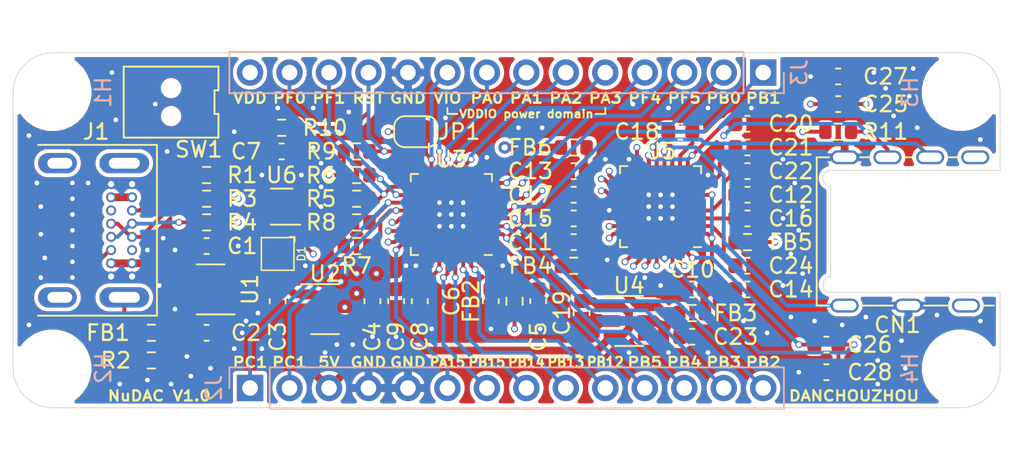
<source format=kicad_pcb>
(kicad_pcb (version 20171130) (host pcbnew "(5.1.9)-1")
  (layers (0 F.Cu signal) (1 In1.Cu power) (2 In2.Cu mixed) (31 B.Cu signal) (34 B.Paste user) (35 F.Paste user) (36 B.SilkS user) (37 F.SilkS user) (38 B.Mask user) (39 F.Mask user) (44 Edge.Cuts user))
  (net 0 "")
  (net 1 VBUS)
  (net 2 GND)
  (net 3 +5V)
  (net 4 +3V3)
  (net 5 /MCU/AVDD)
  (net 6 nRESET)
  (net 7 "Net-(C9-Pad1)")
  (net 8 /Codec/VDDA)
  (net 9 /Codec/VDDC)
  (net 10 /Codec/VDDMIC)
  (net 11 /Codec/VDDB)
  (net 12 "Net-(C18-Pad2)")
  (net 13 "Net-(C18-Pad1)")
  (net 14 "Net-(C20-Pad1)")
  (net 15 "Net-(C21-Pad1)")
  (net 16 "Net-(C22-Pad1)")
  (net 17 +1V8)
  (net 18 "Net-(C24-Pad1)")
  (net 19 /Codec/MIC+)
  (net 20 /Codec/JKSLV)
  (net 21 /Codec/JKR2)
  (net 22 /Codec/MIC-)
  (net 23 /Codec/HPR)
  (net 24 /Codec/JKDET)
  (net 25 /Codec/HPL)
  (net 26 "Net-(FB1-Pad2)")
  (net 27 "Net-(J1-PadA5)")
  (net 28 "Net-(J1-PadA6)")
  (net 29 "Net-(J1-PadA7)")
  (net 30 "Net-(J1-PadA8)")
  (net 31 "Net-(J1-PadB8)")
  (net 32 "Net-(J1-PadB5)")
  (net 33 I2S_DO)
  (net 34 I2S_DI)
  (net 35 I2S_MCLK)
  (net 36 I2S_BCLK)
  (net 37 PB12)
  (net 38 PB13)
  (net 39 PB14)
  (net 40 PB15)
  (net 41 PA15)
  (net 42 I2C0_SDA)
  (net 43 I2C0_SCL)
  (net 44 I2S_LRCK)
  (net 45 PB0)
  (net 46 PF5)
  (net 47 PF4)
  (net 48 PA3)
  (net 49 PA2)
  (net 50 PA1)
  (net 51 PA0)
  (net 52 VDDIO)
  (net 53 ICE_CLK)
  (net 54 ICE_DAT)
  (net 55 USB_DN)
  (net 56 USB_DP)
  (net 57 "Net-(R10-Pad2)")
  (net 58 "Net-(U1-Pad3)")
  (net 59 /MCU/X12O)
  (net 60 /MCU/X12I)
  (net 61 "Net-(D1-Pad3)")
  (net 62 "Net-(D1-Pad1)")
  (net 63 "Net-(U6-Pad1)")
  (module 2137160001:2137160001 (layer F.Cu) (at 0 11.43 270)
    (fp_text reference J1 (at -6.35 -5.334 180) (layer F.SilkS))
    (fp_text value 2137160001)
    (pad B1 thru_hole circle (at 2.975 -6.3 270) (size 0.65 0.65) (drill 0.4) (layers *.Cu *.Mask F.Paste) (net 2 GND))
    (pad B4 thru_hole circle (at 2.125 -6.3 270) (size 0.65 0.65) (drill 0.4) (layers *.Cu *.Mask F.Paste) (net 1 VBUS))
    (pad B5 thru_hole circle (at 1.275 -6.3 270) (size 0.65 0.65) (drill 0.4) (layers *.Cu *.Mask F.Paste) (net 32 "Net-(J1-PadB5)"))
    (pad B6 thru_hole circle (at 0.425 -6.3 270) (size 0.65 0.65) (drill 0.4) (layers *.Cu *.Mask F.Paste) (net 28 "Net-(J1-PadA6)"))
    (pad B7 thru_hole circle (at -0.425 -6.3 270) (size 0.65 0.65) (drill 0.4) (layers *.Cu *.Mask F.Paste) (net 29 "Net-(J1-PadA7)"))
    (pad B9 thru_hole circle (at -2.125 -6.3 270) (size 0.65 0.65) (drill 0.4) (layers *.Cu *.Mask F.Paste) (net 1 VBUS))
    (pad B12 thru_hole circle (at -2.975 -6.3 270) (size 0.65 0.65) (drill 0.4) (layers *.Cu *.Mask F.Paste) (net 2 GND))
    (pad B8 thru_hole circle (at -1.275 -6.3 270) (size 0.65 0.65) (drill 0.4) (layers *.Cu *.Mask F.Paste) (net 31 "Net-(J1-PadB8)"))
    (pad A12 thru_hole circle (at 2.975 -7.65 270) (size 0.65 0.65) (drill 0.4) (layers *.Cu *.Mask F.Paste) (net 2 GND))
    (pad A9 thru_hole circle (at 2.125 -7.65 270) (size 0.65 0.65) (drill 0.4) (layers *.Cu *.Mask F.Paste) (net 1 VBUS))
    (pad A8 thru_hole circle (at 1.275 -7.65 270) (size 0.65 0.65) (drill 0.4) (layers *.Cu *.Mask F.Paste) (net 30 "Net-(J1-PadA8)"))
    (pad A7 thru_hole circle (at 0.425 -7.65 270) (size 0.65 0.65) (drill 0.4) (layers *.Cu *.Mask F.Paste) (net 29 "Net-(J1-PadA7)"))
    (pad A6 thru_hole circle (at -0.425 -7.65 270) (size 0.65 0.65) (drill 0.4) (layers *.Cu *.Mask F.Paste) (net 28 "Net-(J1-PadA6)"))
    (pad A5 thru_hole circle (at -1.275 -7.65 270) (size 0.65 0.65) (drill 0.4) (layers *.Cu *.Mask F.Paste) (net 27 "Net-(J1-PadA5)"))
    (pad A4 thru_hole circle (at -2.125 -7.65 270) (size 0.65 0.65) (drill 0.4) (layers *.Cu *.Mask F.Paste) (net 1 VBUS))
    (pad A1 thru_hole circle (at -2.975 -7.65 270) (size 0.65 0.65) (drill 0.4) (layers *.Cu *.Mask F.Paste) (net 2 GND))
    (pad S1 thru_hole oval (at 4.32 -7.15 270) (size 1.3 3.2) (drill oval 0.7 2) (layers *.Cu *.Mask F.Paste) (net 26 "Net-(FB1-Pad2)"))
    (pad S1 thru_hole oval (at -4.32 -7.15 270) (size 1.3 3.2) (drill oval 0.7 2) (layers *.Cu *.Mask F.Paste) (net 26 "Net-(FB1-Pad2)"))
    (pad S1 thru_hole oval (at 4.32 -3 270) (size 1.3 2.5) (drill oval 0.7 1.6 (offset 0 0.15)) (layers *.Cu *.Mask F.Paste) (net 26 "Net-(FB1-Pad2)"))
    (pad S1 thru_hole oval (at -4.32 -3 270) (size 1.3 2.5) (drill oval 0.7 1.6 (offset 0 0.15)) (layers *.Cu *.Mask F.Paste) (net 26 "Net-(FB1-Pad2)"))
  )
  (module Capacitor_SMD:C_0603_1608Metric (layer F.Cu) (at 12.446 12.446)
    (fp_text reference C1 (at 2.286 0) (layer F.SilkS))
    (fp_text value 100nF)
    (pad 1 smd roundrect (at -0.775 0) (size 0.9 0.95) (layers F.Cu F.Paste F.Mask) (net 1 VBUS))
    (pad 2 smd roundrect (at 0.775 0) (size 0.9 0.95) (layers F.Cu F.Paste F.Mask) (net 2 GND))
  )
  (module Capacitor_SMD:C_0603_1608Metric (layer F.Cu) (at 12.446 18.034 180)
    (fp_text reference C2 (at -2.54 0) (layer F.SilkS))
    (fp_text value 100uF)
    (pad 2 smd roundrect (at 0.775 0 180) (size 0.9 0.95) (layers F.Cu F.Paste F.Mask) (net 2 GND))
    (pad 1 smd roundrect (at -0.775 0 180) (size 0.9 0.95) (layers F.Cu F.Paste F.Mask) (net 3 +5V))
  )
  (module Capacitor_SMD:C_0603_1608Metric (layer F.Cu) (at 17.018 16.002 270)
    (fp_text reference C3 (at 2.286 0 90) (layer F.SilkS))
    (fp_text value 2.2uF)
    (pad 1 smd roundrect (at -0.775 0 270) (size 0.9 0.95) (layers F.Cu F.Paste F.Mask) (net 3 +5V))
    (pad 2 smd roundrect (at 0.775 0 270) (size 0.9 0.95) (layers F.Cu F.Paste F.Mask) (net 2 GND))
  )
  (module Capacitor_SMD:C_0603_1608Metric (layer F.Cu) (at 23.114 16.002 270)
    (fp_text reference C4 (at 2.286 0 90) (layer F.SilkS))
    (fp_text value 2.2uF)
    (pad 2 smd roundrect (at 0.775 0 270) (size 0.9 0.95) (layers F.Cu F.Paste F.Mask) (net 2 GND))
    (pad 1 smd roundrect (at -0.775 0 270) (size 0.9 0.95) (layers F.Cu F.Paste F.Mask) (net 4 +3V3))
  )
  (module Capacitor_SMD:C_0603_1608Metric (layer F.Cu) (at 33.782 16.002 270)
    (fp_text reference C5 (at 2.286 0 90) (layer F.SilkS))
    (fp_text value 1uF)
    (pad 1 smd roundrect (at -0.775 0 270) (size 0.9 0.95) (layers F.Cu F.Paste F.Mask) (net 5 /MCU/AVDD))
    (pad 2 smd roundrect (at 0.775 0 270) (size 0.9 0.95) (layers F.Cu F.Paste F.Mask) (net 2 GND))
  )
  (module Capacitor_SMD:C_0603_1608Metric (layer F.Cu) (at 30.734 16.002 270)
    (fp_text reference C6 (at 0 2.54 90) (layer F.SilkS))
    (fp_text value 100nF)
    (pad 2 smd roundrect (at 0.775 0 270) (size 0.9 0.95) (layers F.Cu F.Paste F.Mask) (net 2 GND))
    (pad 1 smd roundrect (at -0.775 0 270) (size 0.9 0.95) (layers F.Cu F.Paste F.Mask) (net 5 /MCU/AVDD))
  )
  (module Capacitor_SMD:C_0603_1608Metric (layer F.Cu) (at 17.272 6.35 180)
    (fp_text reference C7 (at 2.286 0) (layer F.SilkS))
    (fp_text value 10uF)
    (pad 1 smd roundrect (at -0.775 0 180) (size 0.9 0.95) (layers F.Cu F.Paste F.Mask) (net 6 nRESET))
    (pad 2 smd roundrect (at 0.775 0 180) (size 0.9 0.95) (layers F.Cu F.Paste F.Mask) (net 2 GND))
  )
  (module Capacitor_SMD:C_0603_1608Metric (layer F.Cu) (at 26.162 16.002 270)
    (fp_text reference C8 (at 2.286 0 90) (layer F.SilkS))
    (fp_text value 10uF)
    (pad 1 smd roundrect (at -0.775 0 270) (size 0.9 0.95) (layers F.Cu F.Paste F.Mask) (net 4 +3V3))
    (pad 2 smd roundrect (at 0.775 0 270) (size 0.9 0.95) (layers F.Cu F.Paste F.Mask) (net 2 GND))
  )
  (module Capacitor_SMD:C_0603_1608Metric (layer F.Cu) (at 24.638 16.002 270)
    (fp_text reference C9 (at 2.286 0 90) (layer F.SilkS))
    (fp_text value 2.2uF)
    (pad 2 smd roundrect (at 0.775 0 270) (size 0.9 0.95) (layers F.Cu F.Paste F.Mask) (net 2 GND))
    (pad 1 smd roundrect (at -0.775 0 270) (size 0.9 0.95) (layers F.Cu F.Paste F.Mask) (net 7 "Net-(C9-Pad1)"))
  )
  (module Capacitor_SMD:C_0603_1608Metric (layer F.Cu) (at 43.688 15.24 180)
    (fp_text reference C10 (at 0 1.27) (layer F.SilkS))
    (fp_text value 4.7uF)
    (pad 1 smd roundrect (at -0.775 0 180) (size 0.9 0.95) (layers F.Cu F.Paste F.Mask) (net 8 /Codec/VDDA))
    (pad 2 smd roundrect (at 0.775 0 180) (size 0.9 0.95) (layers F.Cu F.Paste F.Mask) (net 2 GND))
  )
  (module Capacitor_SMD:C_0603_1608Metric (layer F.Cu) (at 36.068 12.192 180)
    (fp_text reference C11 (at 2.794 0) (layer F.SilkS))
    (fp_text value 4.7uF)
    (pad 1 smd roundrect (at -0.775 0 180) (size 0.9 0.95) (layers F.Cu F.Paste F.Mask) (net 9 /Codec/VDDC))
    (pad 2 smd roundrect (at 0.775 0 180) (size 0.9 0.95) (layers F.Cu F.Paste F.Mask) (net 2 GND))
  )
  (module Capacitor_SMD:C_0603_1608Metric (layer F.Cu) (at 47.244 9.144)
    (fp_text reference C12 (at 2.794 0) (layer F.SilkS))
    (fp_text value 4.7uF)
    (pad 2 smd roundrect (at 0.775 0) (size 0.9 0.95) (layers F.Cu F.Paste F.Mask) (net 2 GND))
    (pad 1 smd roundrect (at -0.775 0) (size 0.9 0.95) (layers F.Cu F.Paste F.Mask) (net 10 /Codec/VDDMIC))
  )
  (module Capacitor_SMD:C_0603_1608Metric (layer F.Cu) (at 36.068 7.62 180)
    (fp_text reference C13 (at 2.794 0) (layer F.SilkS))
    (fp_text value 4.7uF)
    (pad 2 smd roundrect (at 0.775 0 180) (size 0.9 0.95) (layers F.Cu F.Paste F.Mask) (net 2 GND))
    (pad 1 smd roundrect (at -0.775 0 180) (size 0.9 0.95) (layers F.Cu F.Paste F.Mask) (net 11 /Codec/VDDB))
  )
  (module Capacitor_SMD:C_0603_1608Metric (layer F.Cu) (at 47.244 15.24)
    (fp_text reference C14 (at 2.794 0) (layer F.SilkS))
    (fp_text value 100nF)
    (pad 2 smd roundrect (at 0.775 0) (size 0.9 0.95) (layers F.Cu F.Paste F.Mask) (net 2 GND))
    (pad 1 smd roundrect (at -0.775 0) (size 0.9 0.95) (layers F.Cu F.Paste F.Mask) (net 8 /Codec/VDDA))
  )
  (module Capacitor_SMD:C_0603_1608Metric (layer F.Cu) (at 36.068 10.668 180)
    (fp_text reference C15 (at 2.794 0) (layer F.SilkS))
    (fp_text value 100nF)
    (pad 1 smd roundrect (at -0.775 0 180) (size 0.9 0.95) (layers F.Cu F.Paste F.Mask) (net 9 /Codec/VDDC))
    (pad 2 smd roundrect (at 0.775 0 180) (size 0.9 0.95) (layers F.Cu F.Paste F.Mask) (net 2 GND))
  )
  (module Capacitor_SMD:C_0603_1608Metric (layer F.Cu) (at 47.244 10.668)
    (fp_text reference C16 (at 2.794 0) (layer F.SilkS))
    (fp_text value 100nF)
    (pad 1 smd roundrect (at -0.775 0) (size 0.9 0.95) (layers F.Cu F.Paste F.Mask) (net 10 /Codec/VDDMIC))
    (pad 2 smd roundrect (at 0.775 0) (size 0.9 0.95) (layers F.Cu F.Paste F.Mask) (net 2 GND))
  )
  (module Capacitor_SMD:C_0603_1608Metric (layer F.Cu) (at 36.068 9.144 180)
    (fp_text reference C17 (at 2.794 0) (layer F.SilkS))
    (fp_text value 100nF)
    (pad 1 smd roundrect (at -0.775 0 180) (size 0.9 0.95) (layers F.Cu F.Paste F.Mask) (net 11 /Codec/VDDB))
    (pad 2 smd roundrect (at 0.775 0 180) (size 0.9 0.95) (layers F.Cu F.Paste F.Mask) (net 2 GND))
  )
  (module Capacitor_SMD:C_0603_1608Metric (layer F.Cu) (at 42.926 5.08 180)
    (fp_text reference C18 (at 2.794 0) (layer F.SilkS))
    (fp_text value 2.2uF)
    (pad 2 smd roundrect (at 0.775 0 180) (size 0.9 0.95) (layers F.Cu F.Paste F.Mask) (net 12 "Net-(C18-Pad2)"))
    (pad 1 smd roundrect (at -0.775 0 180) (size 0.9 0.95) (layers F.Cu F.Paste F.Mask) (net 13 "Net-(C18-Pad1)"))
  )
  (module Capacitor_SMD:C_0603_1608Metric (layer F.Cu) (at 36.576 16.764 270)
    (fp_text reference C19 (at 0 1.27 90) (layer F.SilkS))
    (fp_text value 2.2uF)
    (pad 2 smd roundrect (at 0.775 0 270) (size 0.9 0.95) (layers F.Cu F.Paste F.Mask) (net 2 GND))
    (pad 1 smd roundrect (at -0.775 0 270) (size 0.9 0.95) (layers F.Cu F.Paste F.Mask) (net 3 +5V))
  )
  (module Capacitor_SMD:C_0603_1608Metric (layer F.Cu) (at 47.244 4.572)
    (fp_text reference C20 (at 2.794 0) (layer F.SilkS))
    (fp_text value 2.2uF)
    (pad 2 smd roundrect (at 0.775 0) (size 0.9 0.95) (layers F.Cu F.Paste F.Mask) (net 2 GND))
    (pad 1 smd roundrect (at -0.775 0) (size 0.9 0.95) (layers F.Cu F.Paste F.Mask) (net 14 "Net-(C20-Pad1)"))
  )
  (module Capacitor_SMD:C_0603_1608Metric (layer F.Cu) (at 47.244 6.096)
    (fp_text reference C21 (at 2.794 0) (layer F.SilkS))
    (fp_text value 2.2uF)
    (pad 2 smd roundrect (at 0.775 0) (size 0.9 0.95) (layers F.Cu F.Paste F.Mask) (net 2 GND))
    (pad 1 smd roundrect (at -0.775 0) (size 0.9 0.95) (layers F.Cu F.Paste F.Mask) (net 15 "Net-(C21-Pad1)"))
  )
  (module Capacitor_SMD:C_0603_1608Metric (layer F.Cu) (at 47.244 7.62)
    (fp_text reference C22 (at 2.794 0) (layer F.SilkS))
    (fp_text value 4.7uF)
    (pad 1 smd roundrect (at -0.775 0) (size 0.9 0.95) (layers F.Cu F.Paste F.Mask) (net 16 "Net-(C22-Pad1)"))
    (pad 2 smd roundrect (at 0.775 0) (size 0.9 0.95) (layers F.Cu F.Paste F.Mask) (net 2 GND))
  )
  (module Capacitor_SMD:C_0603_1608Metric (layer F.Cu) (at 43.688 18.288)
    (fp_text reference C23 (at 2.794 0) (layer F.SilkS))
    (fp_text value 2.2uF)
    (pad 2 smd roundrect (at 0.775 0) (size 0.9 0.95) (layers F.Cu F.Paste F.Mask) (net 2 GND))
    (pad 1 smd roundrect (at -0.775 0) (size 0.9 0.95) (layers F.Cu F.Paste F.Mask) (net 17 +1V8))
  )
  (module Capacitor_SMD:C_0603_1608Metric (layer F.Cu) (at 47.244 13.716)
    (fp_text reference C24 (at 2.794 0) (layer F.SilkS))
    (fp_text value 4.7uF)
    (pad 2 smd roundrect (at 0.775 0) (size 0.9 0.95) (layers F.Cu F.Paste F.Mask) (net 2 GND))
    (pad 1 smd roundrect (at -0.775 0) (size 0.9 0.95) (layers F.Cu F.Paste F.Mask) (net 18 "Net-(C24-Pad1)"))
  )
  (module Capacitor_SMD:C_0603_1608Metric (layer F.Cu) (at 53.086 3.302 180)
    (fp_text reference C25 (at -3.048 0) (layer F.SilkS))
    (fp_text value 4.7uF)
    (pad 2 smd roundrect (at 0.775 0 180) (size 0.9 0.95) (layers F.Cu F.Paste F.Mask) (net 19 /Codec/MIC+))
    (pad 1 smd roundrect (at -0.775 0 180) (size 0.9 0.95) (layers F.Cu F.Paste F.Mask) (net 20 /Codec/JKSLV))
  )
  (module Capacitor_SMD:C_0603_1608Metric (layer F.Cu) (at 52.324 18.796 180)
    (fp_text reference C26 (at -2.794 0) (layer F.SilkS))
    (fp_text value 4.7uF)
    (pad 2 smd roundrect (at 0.775 0 180) (size 0.9 0.95) (layers F.Cu F.Paste F.Mask) (net 22 /Codec/MIC-))
    (pad 1 smd roundrect (at -0.775 0 180) (size 0.9 0.95) (layers F.Cu F.Paste F.Mask) (net 21 /Codec/JKR2))
  )
  (module Capacitor_SMD:C_0603_1608Metric (layer F.Cu) (at 53.086 1.524 180)
    (fp_text reference C27 (at -3.048 0) (layer F.SilkS))
    (fp_text value 1nF)
    (pad 2 smd roundrect (at 0.775 0 180) (size 0.9 0.95) (layers F.Cu F.Paste F.Mask) (net 2 GND))
    (pad 1 smd roundrect (at -0.775 0 180) (size 0.9 0.95) (layers F.Cu F.Paste F.Mask) (net 20 /Codec/JKSLV))
  )
  (module Capacitor_SMD:C_0603_1608Metric (layer F.Cu) (at 52.324 20.574 180)
    (fp_text reference C28 (at -2.794 0) (layer F.SilkS))
    (fp_text value 1nF)
    (pad 2 smd roundrect (at 0.775 0 180) (size 0.9 0.95) (layers F.Cu F.Paste F.Mask) (net 2 GND))
    (pad 1 smd roundrect (at -0.775 0 180) (size 0.9 0.95) (layers F.Cu F.Paste F.Mask) (net 21 /Codec/JKR2))
  )
  (module 2SJ3080-000111F:2SJ3080-000111F (layer F.Cu) (at 63.5 7.58 270)
    (fp_text reference CN1 (at 9.946 6.604 180) (layer F.SilkS))
    (fp_text value 2SJ3080-000111F)
    (pad 4 thru_hole oval (at -0.85 1.6 270) (size 0.9 1.8) (drill oval 0.6 1.5) (layers *.Cu *.Mask) (net 20 /Codec/JKSLV))
    (pad 2 thru_hole oval (at -0.85 4.5 270) (size 0.9 1.8) (drill oval 0.6 1.5) (layers *.Cu *.Mask) (net 23 /Codec/HPR))
    (pad 6 thru_hole oval (at -0.85 7.25 270) (size 0.9 1.8) (drill oval 0.6 1.5) (layers *.Cu *.Mask) (net 24 /Codec/JKDET))
    (pad 5 thru_hole oval (at -0.85 10 270) (size 0.9 1.8) (drill oval 0.6 1.5) (layers *.Cu *.Mask) (net 2 GND))
    (pad 3 thru_hole oval (at 8.7 2.2 270) (size 0.9 1.8) (drill oval 0.6 1.5) (layers *.Cu *.Mask) (net 21 /Codec/JKR2))
    (pad MS thru_hole oval (at 8.7 5.9 270) (size 0.9 1.8) (drill oval 0.6 1.5) (layers *.Cu *.Mask) (net 2 GND))
    (pad 1 thru_hole oval (at 8.7 10 270) (size 0.9 1.8) (drill oval 0.6 1.5) (layers *.Cu *.Mask) (net 25 /Codec/HPL))
  )
  (module Resistor_SMD:R_0603_1608Metric (layer F.Cu) (at 8.89 18.034 180)
    (fp_text reference FB1 (at 2.794 0) (layer F.SilkS))
    (fp_text value bead)
    (pad 1 smd roundrect (at -0.825 0 180) (size 0.8 0.95) (layers F.Cu F.Paste F.Mask) (net 2 GND))
    (pad 2 smd roundrect (at 0.825 0 180) (size 0.8 0.95) (layers F.Cu F.Paste F.Mask) (net 26 "Net-(FB1-Pad2)"))
  )
  (module Resistor_SMD:R_0603_1608Metric (layer F.Cu) (at 32.258 16.002 270)
    (fp_text reference FB2 (at 0 2.794 270) (layer F.SilkS))
    (fp_text value bead)
    (pad 2 smd roundrect (at 0.825 0 270) (size 0.8 0.95) (layers F.Cu F.Paste F.Mask) (net 4 +3V3))
    (pad 1 smd roundrect (at -0.825 0 270) (size 0.8 0.95) (layers F.Cu F.Paste F.Mask) (net 5 /MCU/AVDD))
  )
  (module Resistor_SMD:R_0603_1608Metric (layer F.Cu) (at 43.688 16.764 180)
    (fp_text reference FB3 (at -2.794 0) (layer F.SilkS))
    (fp_text value bead)
    (pad 1 smd roundrect (at -0.825 0 180) (size 0.8 0.95) (layers F.Cu F.Paste F.Mask) (net 8 /Codec/VDDA))
    (pad 2 smd roundrect (at 0.825 0 180) (size 0.8 0.95) (layers F.Cu F.Paste F.Mask) (net 17 +1V8))
  )
  (module Resistor_SMD:R_0603_1608Metric (layer F.Cu) (at 36.068 13.716 180)
    (fp_text reference FB4 (at 2.794 0) (layer F.SilkS))
    (fp_text value bead)
    (pad 1 smd roundrect (at -0.825 0 180) (size 0.8 0.95) (layers F.Cu F.Paste F.Mask) (net 9 /Codec/VDDC))
    (pad 2 smd roundrect (at 0.825 0 180) (size 0.8 0.95) (layers F.Cu F.Paste F.Mask) (net 17 +1V8))
  )
  (module Resistor_SMD:R_0603_1608Metric (layer F.Cu) (at 47.244 12.192)
    (fp_text reference FB5 (at 2.794 0) (layer F.SilkS))
    (fp_text value bead)
    (pad 2 smd roundrect (at 0.825 0) (size 0.8 0.95) (layers F.Cu F.Paste F.Mask) (net 4 +3V3))
    (pad 1 smd roundrect (at -0.825 0) (size 0.8 0.95) (layers F.Cu F.Paste F.Mask) (net 10 /Codec/VDDMIC))
  )
  (module Resistor_SMD:R_0603_1608Metric (layer F.Cu) (at 36.068 6.096 180)
    (fp_text reference FB6 (at 2.794 0) (layer F.SilkS))
    (fp_text value bead)
    (pad 2 smd roundrect (at 0.825 0 180) (size 0.8 0.95) (layers F.Cu F.Paste F.Mask) (net 4 +3V3))
    (pad 1 smd roundrect (at -0.825 0 180) (size 0.8 0.95) (layers F.Cu F.Paste F.Mask) (net 11 /Codec/VDDB))
  )
  (module Jumper:SolderJumper-2_P1.3mm_Open_RoundedPad1.0x1.5mm (layer F.Cu) (at 25.908 5.08)
    (fp_text reference JP1 (at 2.794 0) (layer F.SilkS))
    (fp_text value SolderJumper_2_Open)
    (pad 1 smd custom (at -0.65 0) (size 1 0.5) (layers F.Cu F.Mask) (net 4 +3V3) (options (clearance outline) (anchor rect)) (primitives (gr_circle (center 0 0.25) (end 0.5 0.25) (width 0)) (gr_circle (center 0 -0.25) (end 0.5 -0.25) (width 0)) (gr_poly (pts (xy 0 -0.75) (xy 0.5 -0.75) (xy 0.5 0.75) (xy 0 0.75)) (width 0))))
    (pad 2 smd custom (at 0.65 0) (size 1 0.5) (layers F.Cu F.Mask) (net 52 VDDIO) (options (clearance outline) (anchor rect)) (primitives (gr_circle (center 0 0.25) (end 0.5 0.25) (width 0)) (gr_circle (center 0 -0.25) (end 0.5 -0.25) (width 0)) (gr_poly (pts (xy 0 -0.75) (xy -0.5 -0.75) (xy -0.5 0.75) (xy 0 0.75)) (width 0))))
  )
  (module Resistor_SMD:R_0603_1608Metric (layer F.Cu) (at 53.086 5.08 180)
    (fp_text reference R11 (at -3.048 0) (layer F.SilkS))
    (fp_text value 1M)
    (pad 2 smd roundrect (at 0.825 0 180) (size 0.8 0.95) (layers F.Cu F.Paste F.Mask) (net 8 /Codec/VDDA))
    (pad 1 smd roundrect (at -0.825 0 180) (size 0.8 0.95) (layers F.Cu F.Paste F.Mask) (net 24 /Codec/JKDET))
  )
  (module PTS820:PTS820 (layer F.Cu) (at 10.16 3.175 180)
    (fp_text reference SW1 (at -1.778 -3.048) (layer F.SilkS))
    (fp_text value PTS820)
    (pad "" np_thru_hole circle (at 0 0.9 180) (size 0.8 0.8) (drill 0.8) (layers *.Cu *.Mask))
    (pad "" np_thru_hole circle (at 0 -0.9 180) (size 0.8 0.8) (drill 0.8) (layers *.Cu *.Mask))
    (pad "" smd rect (at 1.575 -1.525 180) (size 1.15 0.75) (layers F.Cu F.Paste F.Mask))
    (pad "" smd rect (at -1.575 -1.525 180) (size 1.15 0.75) (layers F.Cu F.Paste F.Mask))
    (pad "" smd rect (at -1.575 1.525 180) (size 1.15 0.75) (layers F.Cu F.Paste F.Mask))
    (pad "" smd rect (at 1.575 1.525 180) (size 1.15 0.75) (layers F.Cu F.Paste F.Mask))
    (pad 1 smd rect (at -2.075 0 180) (size 0.95 1.4) (layers F.Cu F.Paste F.Mask) (net 57 "Net-(R10-Pad2)"))
    (pad 2 smd rect (at 2.075 0 180) (size 0.95 1.4) (layers F.Cu F.Paste F.Mask) (net 2 GND))
  )
  (module Package_TO_SOT_SMD:SOT-23-5 (layer F.Cu) (at 12.7 15.24 180)
    (fp_text reference U1 (at -2.54 0 90) (layer F.SilkS))
    (fp_text value TPS2065CDBVR-2)
    (pad 5 smd rect (at 1.1 -0.95 180) (size 1.06 0.65) (layers F.Cu F.Paste F.Mask) (net 1 VBUS))
    (pad 4 smd rect (at 1.1 0.95 180) (size 1.06 0.65) (layers F.Cu F.Paste F.Mask) (net 1 VBUS))
    (pad 3 smd rect (at -1.1 0.95 180) (size 1.06 0.65) (layers F.Cu F.Paste F.Mask) (net 58 "Net-(U1-Pad3)"))
    (pad 2 smd rect (at -1.1 0 180) (size 1.06 0.65) (layers F.Cu F.Paste F.Mask) (net 2 GND))
    (pad 1 smd rect (at -1.1 -0.95 180) (size 1.06 0.65) (layers F.Cu F.Paste F.Mask) (net 3 +5V))
  )
  (module Package_TO_SOT_SMD:SOT-23-5 (layer F.Cu) (at 20.066 16.51)
    (fp_text reference U2 (at 0 -2.286 180) (layer F.SilkS))
    (fp_text value MCP1812BT-033_OT)
    (pad 1 smd rect (at -1.1 -0.95) (size 1.06 0.65) (layers F.Cu F.Paste F.Mask) (net 3 +5V))
    (pad 2 smd rect (at -1.1 0) (size 1.06 0.65) (layers F.Cu F.Paste F.Mask) (net 2 GND))
    (pad 3 smd rect (at -1.1 0.95) (size 1.06 0.65) (layers F.Cu F.Paste F.Mask) (net 3 +5V))
    (pad 4 smd rect (at 1.1 0.95) (size 1.06 0.65) (layers F.Cu F.Paste F.Mask))
    (pad 5 smd rect (at 1.1 -0.95) (size 1.06 0.65) (layers F.Cu F.Paste F.Mask) (net 4 +3V3))
  )
  (module Package_DFN_QFN:VQFN-32-1EP_5x5mm_P0.5mm_EP3.5x3.5mm (layer F.Cu) (at 28.194 10.414 180)
    (fp_text reference U3 (at 0 3.556 180) (layer F.SilkS))
    (fp_text value M482ZGCAE)
    (pad 1 smd roundrect (at -2.45 -1.75 180) (size 0.8 0.25) (layers F.Cu F.Paste F.Mask) (net 36 I2S_BCLK))
    (pad 2 smd roundrect (at -2.45 -1.25 180) (size 0.8 0.25) (layers F.Cu F.Paste F.Mask) (net 35 I2S_MCLK))
    (pad 3 smd roundrect (at -2.45 -0.75 180) (size 0.8 0.25) (layers F.Cu F.Paste F.Mask) (net 34 I2S_DI))
    (pad 4 smd roundrect (at -2.45 -0.25 180) (size 0.8 0.25) (layers F.Cu F.Paste F.Mask) (net 33 I2S_DO))
    (pad 5 smd roundrect (at -2.45 0.25 180) (size 0.8 0.25) (layers F.Cu F.Paste F.Mask) (net 44 I2S_LRCK))
    (pad 6 smd roundrect (at -2.45 0.75 180) (size 0.8 0.25) (layers F.Cu F.Paste F.Mask) (net 45 PB0))
    (pad 7 smd roundrect (at -2.45 1.25 180) (size 0.8 0.25) (layers F.Cu F.Paste F.Mask) (net 46 PF5))
    (pad 8 smd roundrect (at -2.45 1.75 180) (size 0.8 0.25) (layers F.Cu F.Paste F.Mask) (net 47 PF4))
    (pad 9 smd roundrect (at -1.75 2.45 180) (size 0.25 0.8) (layers F.Cu F.Paste F.Mask) (net 60 /MCU/X12I))
    (pad 10 smd roundrect (at -1.25 2.45 180) (size 0.25 0.8) (layers F.Cu F.Paste F.Mask) (net 59 /MCU/X12O))
    (pad 11 smd roundrect (at -0.75 2.45 180) (size 0.25 0.8) (layers F.Cu F.Paste F.Mask) (net 48 PA3))
    (pad 12 smd roundrect (at -0.25 2.45 180) (size 0.25 0.8) (layers F.Cu F.Paste F.Mask) (net 49 PA2))
    (pad 13 smd roundrect (at 0.25 2.45 180) (size 0.25 0.8) (layers F.Cu F.Paste F.Mask) (net 50 PA1))
    (pad 14 smd roundrect (at 0.75 2.45 180) (size 0.25 0.8) (layers F.Cu F.Paste F.Mask) (net 51 PA0))
    (pad 15 smd roundrect (at 1.25 2.45 180) (size 0.25 0.8) (layers F.Cu F.Paste F.Mask) (net 52 VDDIO))
    (pad 16 smd roundrect (at 1.75 2.45 180) (size 0.25 0.8) (layers F.Cu F.Paste F.Mask) (net 6 nRESET))
    (pad 17 smd roundrect (at 2.45 1.75 180) (size 0.8 0.25) (layers F.Cu F.Paste F.Mask) (net 54 ICE_DAT))
    (pad 18 smd roundrect (at 2.45 1.25 180) (size 0.8 0.25) (layers F.Cu F.Paste F.Mask) (net 53 ICE_CLK))
    (pad 19 smd roundrect (at 2.45 0.75 180) (size 0.8 0.25) (layers F.Cu F.Paste F.Mask) (net 43 I2C0_SCL))
    (pad 20 smd roundrect (at 2.45 0.25 180) (size 0.8 0.25) (layers F.Cu F.Paste F.Mask) (net 42 I2C0_SDA))
    (pad 21 smd roundrect (at 2.45 -0.25 180) (size 0.8 0.25) (layers F.Cu F.Paste F.Mask) (net 1 VBUS))
    (pad 22 smd roundrect (at 2.45 -0.75 180) (size 0.8 0.25) (layers F.Cu F.Paste F.Mask) (net 55 USB_DN))
    (pad 23 smd roundrect (at 2.45 -1.25 180) (size 0.8 0.25) (layers F.Cu F.Paste F.Mask) (net 56 USB_DP))
    (pad 24 smd roundrect (at 2.45 -1.75 180) (size 0.8 0.25) (layers F.Cu F.Paste F.Mask) (net 41 PA15))
    (pad 25 smd roundrect (at 1.75 -2.45 180) (size 0.25 0.8) (layers F.Cu F.Paste F.Mask) (net 2 GND))
    (pad 26 smd roundrect (at 1.25 -2.45 180) (size 0.25 0.8) (layers F.Cu F.Paste F.Mask) (net 7 "Net-(C9-Pad1)"))
    (pad 27 smd roundrect (at 0.75 -2.45 180) (size 0.25 0.8) (layers F.Cu F.Paste F.Mask) (net 4 +3V3))
    (pad 28 smd roundrect (at 0.25 -2.45 180) (size 0.25 0.8) (layers F.Cu F.Paste F.Mask) (net 40 PB15))
    (pad 29 smd roundrect (at -0.25 -2.45 180) (size 0.25 0.8) (layers F.Cu F.Paste F.Mask) (net 39 PB14))
    (pad 30 smd roundrect (at -0.75 -2.45 180) (size 0.25 0.8) (layers F.Cu F.Paste F.Mask) (net 38 PB13))
    (pad 31 smd roundrect (at -1.25 -2.45 180) (size 0.25 0.8) (layers F.Cu F.Paste F.Mask) (net 37 PB12))
    (pad 32 smd roundrect (at -1.75 -2.45 180) (size 0.25 0.8) (layers F.Cu F.Paste F.Mask) (net 5 /MCU/AVDD))
    (pad 33 smd rect (at 0 0 180) (size 3.5 3.5) (layers F.Cu F.Mask) (net 2 GND))
  )
  (module Package_TO_SOT_SMD:SOT-23-5 (layer F.Cu) (at 39.624 17.272)
    (fp_text reference U4 (at 0 -2.286) (layer F.SilkS))
    (fp_text value MCP1812AT-018_OT)
    (pad 5 smd rect (at 1.1 -0.95) (size 1.06 0.65) (layers F.Cu F.Paste F.Mask) (net 17 +1V8))
    (pad 4 smd rect (at 1.1 0.95) (size 1.06 0.65) (layers F.Cu F.Paste F.Mask))
    (pad 3 smd rect (at -1.1 0.95) (size 1.06 0.65) (layers F.Cu F.Paste F.Mask) (net 3 +5V))
    (pad 2 smd rect (at -1.1 0) (size 1.06 0.65) (layers F.Cu F.Paste F.Mask) (net 2 GND))
    (pad 1 smd rect (at -1.1 -0.95) (size 1.06 0.65) (layers F.Cu F.Paste F.Mask) (net 3 +5V))
  )
  (module Package_DFN_QFN:VQFN-32-1EP_5x5mm_P0.5mm_EP3.5x3.5mm (layer F.Cu) (at 41.656 9.906 180)
    (fp_text reference U5 (at 0 3.556) (layer F.SilkS))
    (fp_text value NAU88L25YGB)
    (pad 1 smd roundrect (at -2.45 -1.75 180) (size 0.8 0.25) (layers F.Cu F.Paste F.Mask) (net 8 /Codec/VDDA))
    (pad 2 smd roundrect (at -2.45 -1.25 180) (size 0.8 0.25) (layers F.Cu F.Paste F.Mask) (net 18 "Net-(C24-Pad1)"))
    (pad 3 smd roundrect (at -2.45 -0.75 180) (size 0.8 0.25) (layers F.Cu F.Paste F.Mask) (net 10 /Codec/VDDMIC))
    (pad 4 smd roundrect (at -2.45 -0.25 180) (size 0.8 0.25) (layers F.Cu F.Paste F.Mask) (net 16 "Net-(C22-Pad1)"))
    (pad 5 smd roundrect (at -2.45 0.25 180) (size 0.8 0.25) (layers F.Cu F.Paste F.Mask) (net 2 GND))
    (pad 6 smd roundrect (at -2.45 0.75 180) (size 0.8 0.25) (layers F.Cu F.Paste F.Mask) (net 8 /Codec/VDDA))
    (pad 7 smd roundrect (at -2.45 1.25 180) (size 0.8 0.25) (layers F.Cu F.Paste F.Mask) (net 15 "Net-(C21-Pad1)"))
    (pad 8 smd roundrect (at -2.45 1.75 180) (size 0.8 0.25) (layers F.Cu F.Paste F.Mask) (net 2 GND))
    (pad 9 smd roundrect (at -1.75 2.45 180) (size 0.25 0.8) (layers F.Cu F.Paste F.Mask) (net 14 "Net-(C20-Pad1)"))
    (pad 10 smd roundrect (at -1.25 2.45 180) (size 0.25 0.8) (layers F.Cu F.Paste F.Mask) (net 13 "Net-(C18-Pad1)"))
    (pad 11 smd roundrect (at -0.75 2.45 180) (size 0.25 0.8) (layers F.Cu F.Paste F.Mask) (net 12 "Net-(C18-Pad2)"))
    (pad 12 smd roundrect (at -0.25 2.45 180) (size 0.25 0.8) (layers F.Cu F.Paste F.Mask) (net 25 /Codec/HPL))
    (pad 13 smd roundrect (at 0.25 2.45 180) (size 0.25 0.8) (layers F.Cu F.Paste F.Mask) (net 23 /Codec/HPR))
    (pad 14 smd roundrect (at 0.75 2.45 180) (size 0.25 0.8) (layers F.Cu F.Paste F.Mask) (net 14 "Net-(C20-Pad1)"))
    (pad 15 smd roundrect (at 1.25 2.45 180) (size 0.25 0.8) (layers F.Cu F.Paste F.Mask) (net 45 PB0))
    (pad 16 smd roundrect (at 1.75 2.45 180) (size 0.25 0.8) (layers F.Cu F.Paste F.Mask) (net 2 GND))
    (pad 17 smd roundrect (at 2.45 1.75 180) (size 0.8 0.25) (layers F.Cu F.Paste F.Mask) (net 42 I2C0_SDA))
    (pad 18 smd roundrect (at 2.45 1.25 180) (size 0.8 0.25) (layers F.Cu F.Paste F.Mask) (net 43 I2C0_SCL))
    (pad 19 smd roundrect (at 2.45 0.75 180) (size 0.8 0.25) (layers F.Cu F.Paste F.Mask) (net 35 I2S_MCLK))
    (pad 20 smd roundrect (at 2.45 0.25 180) (size 0.8 0.25) (layers F.Cu F.Paste F.Mask) (net 11 /Codec/VDDB))
    (pad 21 smd roundrect (at 2.45 -0.25 180) (size 0.8 0.25) (layers F.Cu F.Paste F.Mask) (net 2 GND))
    (pad 22 smd roundrect (at 2.45 -0.75 180) (size 0.8 0.25) (layers F.Cu F.Paste F.Mask) (net 9 /Codec/VDDC))
    (pad 23 smd roundrect (at 2.45 -1.25 180) (size 0.8 0.25) (layers F.Cu F.Paste F.Mask) (net 44 I2S_LRCK))
    (pad 24 smd roundrect (at 2.45 -1.75 180) (size 0.8 0.25) (layers F.Cu F.Paste F.Mask) (net 34 I2S_DI))
    (pad 25 smd roundrect (at 1.75 -2.45 180) (size 0.25 0.8) (layers F.Cu F.Paste F.Mask) (net 33 I2S_DO))
    (pad 26 smd roundrect (at 1.25 -2.45 180) (size 0.25 0.8) (layers F.Cu F.Paste F.Mask) (net 36 I2S_BCLK))
    (pad 27 smd roundrect (at 0.75 -2.45 180) (size 0.25 0.8) (layers F.Cu F.Paste F.Mask) (net 24 /Codec/JKDET))
    (pad 28 smd roundrect (at 0.25 -2.45 180) (size 0.25 0.8) (layers F.Cu F.Paste F.Mask) (net 20 /Codec/JKSLV))
    (pad 29 smd roundrect (at -0.25 -2.45 180) (size 0.25 0.8) (layers F.Cu F.Paste F.Mask) (net 2 GND))
    (pad 30 smd roundrect (at -0.75 -2.45 180) (size 0.25 0.8) (layers F.Cu F.Paste F.Mask) (net 21 /Codec/JKR2))
    (pad 31 smd roundrect (at -1.25 -2.45 180) (size 0.25 0.8) (layers F.Cu F.Paste F.Mask) (net 19 /Codec/MIC+))
    (pad 32 smd roundrect (at -1.75 -2.45 180) (size 0.25 0.8) (layers F.Cu F.Paste F.Mask) (net 22 /Codec/MIC-))
    (pad 33 smd rect (at 0 0 180) (size 3.5 3.5) (layers F.Cu F.Mask) (net 2 GND))
  )
  (module Connector_PinHeader_2.54mm:PinHeader_1x14_P2.54mm_Vertical (layer B.Cu) (at 15.24 21.59 270)
    (fp_text reference J2 (at 0 2.33 270) (layer B.SilkS) (effects (justify mirror)))
    (fp_text value Conn_01x14)
    (pad 14 thru_hole oval (at 0 -33.02 270) (size 1.7 1.7) (drill 1) (layers *.Cu *.Mask) (net 33 I2S_DO))
    (pad 13 thru_hole oval (at 0 -30.48 270) (size 1.7 1.7) (drill 1) (layers *.Cu *.Mask) (net 34 I2S_DI))
    (pad 12 thru_hole oval (at 0 -27.94 270) (size 1.7 1.7) (drill 1) (layers *.Cu *.Mask) (net 35 I2S_MCLK))
    (pad 11 thru_hole oval (at 0 -25.4 270) (size 1.7 1.7) (drill 1) (layers *.Cu *.Mask) (net 36 I2S_BCLK))
    (pad 10 thru_hole oval (at 0 -22.86 270) (size 1.7 1.7) (drill 1) (layers *.Cu *.Mask) (net 37 PB12))
    (pad 9 thru_hole oval (at 0 -20.32 270) (size 1.7 1.7) (drill 1) (layers *.Cu *.Mask) (net 38 PB13))
    (pad 8 thru_hole oval (at 0 -17.78 270) (size 1.7 1.7) (drill 1) (layers *.Cu *.Mask) (net 39 PB14))
    (pad 7 thru_hole oval (at 0 -15.24 270) (size 1.7 1.7) (drill 1) (layers *.Cu *.Mask) (net 40 PB15))
    (pad 6 thru_hole oval (at 0 -12.7 270) (size 1.7 1.7) (drill 1) (layers *.Cu *.Mask) (net 41 PA15))
    (pad 5 thru_hole oval (at 0 -10.16 270) (size 1.7 1.7) (drill 1) (layers *.Cu *.Mask) (net 2 GND))
    (pad 4 thru_hole oval (at 0 -7.62 270) (size 1.7 1.7) (drill 1) (layers *.Cu *.Mask) (net 2 GND))
    (pad 3 thru_hole oval (at 0 -5.08 270) (size 1.7 1.7) (drill 1) (layers *.Cu *.Mask) (net 3 +5V))
    (pad 2 thru_hole oval (at 0 -2.54 270) (size 1.7 1.7) (drill 1) (layers *.Cu *.Mask) (net 42 I2C0_SDA))
    (pad 1 thru_hole rect (at 0 0 270) (size 1.7 1.7) (drill 1) (layers *.Cu *.Mask) (net 43 I2C0_SCL))
  )
  (module Connector_PinHeader_2.54mm:PinHeader_1x14_P2.54mm_Vertical (layer B.Cu) (at 48.26 1.27 90)
    (fp_text reference J3 (at 0 2.33 -90) (layer B.SilkS) (effects (justify mirror)))
    (fp_text value Conn_01x14)
    (pad 1 thru_hole rect (at 0 0 90) (size 1.7 1.7) (drill 1) (layers *.Cu *.Mask) (net 44 I2S_LRCK))
    (pad 2 thru_hole oval (at 0 -2.54 90) (size 1.7 1.7) (drill 1) (layers *.Cu *.Mask) (net 45 PB0))
    (pad 3 thru_hole oval (at 0 -5.08 90) (size 1.7 1.7) (drill 1) (layers *.Cu *.Mask) (net 46 PF5))
    (pad 4 thru_hole oval (at 0 -7.62 90) (size 1.7 1.7) (drill 1) (layers *.Cu *.Mask) (net 47 PF4))
    (pad 5 thru_hole oval (at 0 -10.16 90) (size 1.7 1.7) (drill 1) (layers *.Cu *.Mask) (net 48 PA3))
    (pad 6 thru_hole oval (at 0 -12.7 90) (size 1.7 1.7) (drill 1) (layers *.Cu *.Mask) (net 49 PA2))
    (pad 7 thru_hole oval (at 0 -15.24 90) (size 1.7 1.7) (drill 1) (layers *.Cu *.Mask) (net 50 PA1))
    (pad 8 thru_hole oval (at 0 -17.78 90) (size 1.7 1.7) (drill 1) (layers *.Cu *.Mask) (net 51 PA0))
    (pad 9 thru_hole oval (at 0 -20.32 90) (size 1.7 1.7) (drill 1) (layers *.Cu *.Mask) (net 52 VDDIO))
    (pad 10 thru_hole oval (at 0 -22.86 90) (size 1.7 1.7) (drill 1) (layers *.Cu *.Mask) (net 2 GND))
    (pad 11 thru_hole oval (at 0 -25.4 90) (size 1.7 1.7) (drill 1) (layers *.Cu *.Mask) (net 6 nRESET))
    (pad 12 thru_hole oval (at 0 -27.94 90) (size 1.7 1.7) (drill 1) (layers *.Cu *.Mask) (net 53 ICE_CLK))
    (pad 13 thru_hole oval (at 0 -30.48 90) (size 1.7 1.7) (drill 1) (layers *.Cu *.Mask) (net 54 ICE_DAT))
    (pad 14 thru_hole oval (at 0 -33.02 90) (size 1.7 1.7) (drill 1) (layers *.Cu *.Mask) (net 4 +3V3))
  )
  (module MountingHole:MountingHole_2.7mm_M2.5_ISO7380 (layer B.Cu) (at 2.54 2.54 270)
    (fp_text reference H1 (at 0 -3.25 270) (layer B.SilkS) (effects (justify mirror)))
    (fp_text value MountingHole)
    (pad 1 np_thru_hole circle (at 0 0 270) (size 2.7 2.7) (drill 2.7) (layers *.Cu *.Mask))
  )
  (module MountingHole:MountingHole_2.7mm_M2.5_ISO7380 (layer B.Cu) (at 2.54 20.32 270)
    (fp_text reference H2 (at 0 -3.25 270) (layer B.SilkS) (effects (justify mirror)))
    (fp_text value MountingHole)
    (pad 1 np_thru_hole circle (at 0 0 270) (size 2.7 2.7) (drill 2.7) (layers *.Cu *.Mask))
  )
  (module MountingHole:MountingHole_2.7mm_M2.5_ISO7380 (layer B.Cu) (at 60.96 2.54 270)
    (fp_text reference H3 (at 0 3.25 270) (layer B.SilkS) (effects (justify mirror)))
    (fp_text value MountingHole)
    (pad 1 np_thru_hole circle (at 0 0 270) (size 2.7 2.7) (drill 2.7) (layers *.Cu *.Mask))
  )
  (module MountingHole:MountingHole_2.7mm_M2.5_ISO7380 (layer B.Cu) (at 60.96 20.32 270)
    (fp_text reference H4 (at 0 3.25 270) (layer B.SilkS) (effects (justify mirror)))
    (fp_text value MountingHole)
    (pad 1 np_thru_hole circle (at 0 0 270) (size 2.7 2.7) (drill 2.7) (layers *.Cu *.Mask))
  )
  (module Resistor_SMD:R_0603_1608Metric (layer F.Cu) (at 12.446 7.874 180)
    (fp_text reference R1 (at -2.286 0) (layer F.SilkS))
    (fp_text value 5K1)
    (pad 1 smd roundrect (at -0.825 0 180) (size 0.8 0.95) (layers F.Cu F.Paste F.Mask) (net 2 GND))
    (pad 2 smd roundrect (at 0.825 0 180) (size 0.8 0.95) (layers F.Cu F.Paste F.Mask) (net 27 "Net-(J1-PadA5)"))
  )
  (module Resistor_SMD:R_0603_1608Metric (layer F.Cu) (at 8.89 19.812 180)
    (fp_text reference R2 (at 2.286 0) (layer F.SilkS))
    (fp_text value 5K1)
    (pad 1 smd roundrect (at -0.825 0 180) (size 0.8 0.95) (layers F.Cu F.Paste F.Mask) (net 2 GND))
    (pad 2 smd roundrect (at 0.825 0 180) (size 0.8 0.95) (layers F.Cu F.Paste F.Mask) (net 32 "Net-(J1-PadB5)"))
  )
  (module Resistor_SMD:R_0603_1608Metric (layer F.Cu) (at 12.446 9.398 180)
    (fp_text reference R3 (at -2.286 0) (layer F.SilkS))
    (fp_text value 33R)
    (pad 2 smd roundrect (at 0.825 0 180) (size 0.8 0.95) (layers F.Cu F.Paste F.Mask) (net 29 "Net-(J1-PadA7)"))
    (pad 1 smd roundrect (at -0.825 0 180) (size 0.8 0.95) (layers F.Cu F.Paste F.Mask) (net 55 USB_DN))
  )
  (module Resistor_SMD:R_0603_1608Metric (layer F.Cu) (at 12.446 10.922 180)
    (fp_text reference R4 (at -2.286 0) (layer F.SilkS))
    (fp_text value 33R)
    (pad 2 smd roundrect (at 0.825 0 180) (size 0.8 0.95) (layers F.Cu F.Paste F.Mask) (net 28 "Net-(J1-PadA6)"))
    (pad 1 smd roundrect (at -0.825 0 180) (size 0.8 0.95) (layers F.Cu F.Paste F.Mask) (net 56 USB_DP))
  )
  (module Resistor_SMD:R_0603_1608Metric (layer F.Cu) (at 22.098 9.398 180)
    (fp_text reference R5 (at 2.286 0) (layer F.SilkS))
    (fp_text value 100K)
    (pad 1 smd roundrect (at -0.825 0 180) (size 0.8 0.95) (layers F.Cu F.Paste F.Mask) (net 54 ICE_DAT))
    (pad 2 smd roundrect (at 0.825 0 180) (size 0.8 0.95) (layers F.Cu F.Paste F.Mask) (net 4 +3V3))
  )
  (module Resistor_SMD:R_0603_1608Metric (layer F.Cu) (at 22.098 7.874 180)
    (fp_text reference R6 (at 2.286 -0.018999) (layer F.SilkS))
    (fp_text value 100K)
    (pad 2 smd roundrect (at 0.825 0 180) (size 0.8 0.95) (layers F.Cu F.Paste F.Mask) (net 4 +3V3))
    (pad 1 smd roundrect (at -0.825 0 180) (size 0.8 0.95) (layers F.Cu F.Paste F.Mask) (net 53 ICE_CLK))
  )
  (module Resistor_SMD:R_0603_1608Metric (layer F.Cu) (at 22.098 12.446 180)
    (fp_text reference R7 (at 0 -1.27) (layer F.SilkS))
    (fp_text value 4K7)
    (pad 1 smd roundrect (at -0.825 0 180) (size 0.8 0.95) (layers F.Cu F.Paste F.Mask) (net 42 I2C0_SDA))
    (pad 2 smd roundrect (at 0.825 0 180) (size 0.8 0.95) (layers F.Cu F.Paste F.Mask) (net 4 +3V3))
  )
  (module Resistor_SMD:R_0603_1608Metric (layer F.Cu) (at 22.098 10.922 180)
    (fp_text reference R8 (at 2.286 0) (layer F.SilkS))
    (fp_text value 4K7)
    (pad 2 smd roundrect (at 0.825 0 180) (size 0.8 0.95) (layers F.Cu F.Paste F.Mask) (net 4 +3V3))
    (pad 1 smd roundrect (at -0.825 0 180) (size 0.8 0.95) (layers F.Cu F.Paste F.Mask) (net 43 I2C0_SCL))
  )
  (module Resistor_SMD:R_0603_1608Metric (layer F.Cu) (at 22.098 6.35 180)
    (fp_text reference R9 (at 2.273 0) (layer F.SilkS))
    (fp_text value 10K)
    (pad 2 smd roundrect (at 0.825 0 180) (size 0.8 0.95) (layers F.Cu F.Paste F.Mask) (net 4 +3V3))
    (pad 1 smd roundrect (at -0.825 0 180) (size 0.8 0.95) (layers F.Cu F.Paste F.Mask) (net 6 nRESET))
  )
  (module Resistor_SMD:R_0603_1608Metric (layer F.Cu) (at 17.272 4.826 180)
    (fp_text reference R10 (at -2.794 0) (layer F.SilkS))
    (fp_text value 68R)
    (pad 1 smd roundrect (at -0.825 0 180) (size 0.8 0.95) (layers F.Cu F.Paste F.Mask) (net 6 nRESET))
    (pad 2 smd roundrect (at 0.825 0 180) (size 0.8 0.95) (layers F.Cu F.Paste F.Mask) (net 57 "Net-(R10-Pad2)"))
  )
  (module APA-104-2020-5mA:APA-104-2020-5mA (layer F.Cu) (at 17.018 12.954 90)
    (fp_text reference D1 (at 0 1.524 90) (layer F.SilkS) (effects (font (size 0.5 0.5) (thickness 0.09))))
    (fp_text value APA-104-2020-5mA)
    (pad 1 smd roundrect (at 0.59 0.59 90) (size 0.7 0.7) (layers F.Cu F.Paste F.Mask) (roundrect_rratio 0.1) (net 62 "Net-(D1-Pad1)"))
    (pad 2 smd roundrect (at 0.59 -0.59 90) (size 0.7 0.7) (layers F.Cu F.Paste F.Mask) (roundrect_rratio 0.1) (net 3 +5V))
    (pad 3 smd roundrect (at -0.59 -0.59 90) (size 0.7 0.7) (layers F.Cu F.Paste F.Mask) (roundrect_rratio 0.1) (net 61 "Net-(D1-Pad3)"))
    (pad 4 smd roundrect (at -0.59 0.59 90) (size 0.7 0.7) (layers F.Cu F.Paste F.Mask) (roundrect_rratio 0.1) (net 2 GND))
  )
  (module Package_TO_SOT_SMD:SOT-353_SC-70-5 (layer F.Cu) (at 17.272 9.906 180)
    (fp_text reference U6 (at 0 2.032) (layer F.SilkS))
    (fp_text value SN74LV1T34DCK)
    (pad 5 smd rect (at 0.95 -0.65 180) (size 0.65 0.4) (layers F.Cu F.Paste F.Mask) (net 3 +5V))
    (pad 4 smd rect (at 0.95 0.65 180) (size 0.65 0.4) (layers F.Cu F.Paste F.Mask) (net 62 "Net-(D1-Pad1)"))
    (pad 2 smd rect (at -0.95 0 180) (size 0.65 0.4) (layers F.Cu F.Paste F.Mask) (net 41 PA15))
    (pad 3 smd rect (at -0.95 0.65 180) (size 0.65 0.4) (layers F.Cu F.Paste F.Mask) (net 2 GND))
    (pad 1 smd rect (at -0.95 -0.65 180) (size 0.65 0.4) (layers F.Cu F.Paste F.Mask) (net 63 "Net-(U6-Pad1)"))
  )
  (gr_text DANCHOUZHOU (at 54.102 22.098) (layer F.SilkS) (effects (font (size 0.65 0.75))))
  (gr_text "NuDAC V1.0" (at 9.398 22.098) (layer F.SilkS) (effects (font (size 0.65 0.75))))
  (gr_arc (start 52.6 8.08) (end 52.6 7.58) (angle -180) (layer Edge.Cuts) (width 0.05))
  (gr_arc (start 52.6 14.93) (end 52.6 14.43) (angle -180) (layer Edge.Cuts) (width 0.05))
  (gr_line (start 63.5 7.58) (end 63.5 2.54) (layer Edge.Cuts) (width 0.05))
  (gr_line (start 52.6 7.58) (end 63.5 7.58) (layer Edge.Cuts) (width 0.05))
  (gr_line (start 52.6 14.43) (end 52.6 8.58) (layer Edge.Cuts) (width 0.05))
  (gr_line (start 63.5 15.43) (end 52.6 15.43) (layer Edge.Cuts) (width 0.05))
  (gr_line (start 37.465 3.937) (end 38.1 3.937) (layer F.SilkS) (width 0.12))
  (gr_line (start 27.94 3.937) (end 28.575 3.937) (layer F.SilkS) (width 0.12))
  (gr_line (start 38.1 3.556) (end 38.1 3.937) (layer F.SilkS) (width 0.12))
  (gr_line (start 27.94 3.937) (end 27.94 3.556) (layer F.SilkS) (width 0.12))
  (gr_text "VDDIO power domain" (at 33.02 3.937) (layer F.SilkS) (effects (font (size 0.5 0.55) (thickness 0.125))))
  (gr_text PB2 (at 48.26 19.939) (layer F.SilkS) (effects (font (size 0.65 0.75))))
  (gr_text PB3 (at 45.72 19.939) (layer F.SilkS) (effects (font (size 0.65 0.75))))
  (gr_text PB4 (at 43.18 19.939) (layer F.SilkS) (effects (font (size 0.65 0.75))))
  (gr_text PB5 (at 40.64 19.939) (layer F.SilkS) (effects (font (size 0.65 0.75))))
  (gr_text PB12 (at 38.1 19.939) (layer F.SilkS) (effects (font (size 0.65 0.6))))
  (gr_text PB13 (at 35.56 19.939) (layer F.SilkS) (effects (font (size 0.65 0.6))))
  (gr_text PB14 (at 33.02 19.939) (layer F.SilkS) (effects (font (size 0.65 0.6))))
  (gr_text PB15 (at 30.48 19.939) (layer F.SilkS) (effects (font (size 0.65 0.6))))
  (gr_text PA15 (at 27.94 19.939) (layer F.SilkS) (effects (font (size 0.65 0.6))))
  (gr_text GND (at 25.4 19.939) (layer F.SilkS) (effects (font (size 0.65 0.75))))
  (gr_text GND (at 22.86 19.939) (layer F.SilkS) (effects (font (size 0.65 0.75))))
  (gr_text 5V (at 20.32 19.939) (layer F.SilkS) (effects (font (size 0.65 0.75))))
  (gr_text PC1 (at 17.78 19.939) (layer F.SilkS) (effects (font (size 0.65 0.75))))
  (gr_text PC1 (at 15.24 19.939) (layer F.SilkS) (effects (font (size 0.65 0.75))))
  (gr_text PB1 (at 48.26 2.921) (layer F.SilkS) (effects (font (size 0.65 0.75))))
  (gr_text PB0 (at 45.72 2.921) (layer F.SilkS) (effects (font (size 0.65 0.75))))
  (gr_text PF5 (at 43.18 2.921) (layer F.SilkS) (effects (font (size 0.65 0.75))))
  (gr_text PF4 (at 40.64 2.921) (layer F.SilkS) (effects (font (size 0.65 0.75))))
  (gr_text PA3 (at 38.1 2.921) (layer F.SilkS) (effects (font (size 0.65 0.75))))
  (gr_text PA2 (at 35.56 2.921) (layer F.SilkS) (effects (font (size 0.65 0.75))))
  (gr_text PA1 (at 33.02 2.921) (layer F.SilkS) (effects (font (size 0.65 0.75))))
  (gr_text PA0 (at 30.48 2.921) (layer F.SilkS) (effects (font (size 0.65 0.75))))
  (gr_text VIO (at 27.94 2.921) (layer F.SilkS) (effects (font (size 0.65 0.75))))
  (gr_text GND (at 25.4 2.921) (layer F.SilkS) (effects (font (size 0.65 0.75))))
  (gr_text RST (at 22.86 2.921) (layer F.SilkS) (effects (font (size 0.65 0.75))))
  (gr_text PF1 (at 20.32 2.921) (layer F.SilkS) (effects (font (size 0.65 0.75))))
  (gr_text PF0 (at 17.78 2.921) (layer F.SilkS) (effects (font (size 0.65 0.75))))
  (gr_text VDD (at 15.24 2.921) (layer F.SilkS) (effects (font (size 0.65 0.75))))
  (gr_line (start 63.5 20.32) (end 63.5 15.43) (layer Edge.Cuts) (width 0.05))
  (gr_line (start 2.54 22.86) (end 60.96 22.86) (layer Edge.Cuts) (width 0.05))
  (gr_line (start 0 2.54) (end 0 20.32) (layer Edge.Cuts) (width 0.05))
  (gr_line (start 60.96 0) (end 2.54 0) (layer Edge.Cuts) (width 0.05))
  (gr_arc (start 60.96 2.54) (end 63.5 2.54) (angle -90) (layer Edge.Cuts) (width 0.05))
  (gr_arc (start 60.96 20.32) (end 60.96 22.86) (angle -90) (layer Edge.Cuts) (width 0.05))
  (gr_arc (start 2.54 20.32) (end 0 20.32) (angle -90) (layer Edge.Cuts) (width 0.05))
  (gr_arc (start 2.54 2.54) (end 2.54 0) (angle -90) (layer Edge.Cuts) (width 0.05))
  (via (at 24.384 10.922) (size 0.45) (drill 0.3) (layers F.Cu B.Cu) (net 1))
  (segment (start 24.384 10.922) (end 24.638 10.922) (width 0.25) (layer F.Cu) (net 1))
  (segment (start 24.638 10.922) (end 24.892 10.668) (width 0.25) (layer F.Cu) (net 1))
  (segment (start 24.892 10.668) (end 25.146 10.668) (width 0.25) (layer F.Cu) (net 1))
  (segment (start 25.15 10.664) (end 25.146 10.668) (width 0.25) (layer F.Cu) (net 1))
  (segment (start 25.744 10.664) (end 25.15 10.664) (width 0.25) (layer F.Cu) (net 1))
  (segment (start 6.3 13.555) (end 7.65 13.555) (width 0.5) (layer F.Cu) (net 1))
  (segment (start 6.3 9.305) (end 7.65 9.305) (width 0.5) (layer F.Cu) (net 1))
  (segment (start 7.65 13.555) (end 9.745 13.555) (width 0.5) (layer F.Cu) (net 1))
  (segment (start 10.48 14.29) (end 11.6 14.29) (width 0.5) (layer F.Cu) (net 1))
  (segment (start 9.745 13.555) (end 10.48 14.29) (width 0.5) (layer F.Cu) (net 1))
  (segment (start 11.6 14.29) (end 11.6 16.19) (width 0.5) (layer F.Cu) (net 1))
  (segment (start 11.671 13.475) (end 11.671 12.446) (width 0.5) (layer F.Cu) (net 1))
  (segment (start 11.6 13.546) (end 11.671 13.475) (width 0.5) (layer F.Cu) (net 1))
  (segment (start 11.6 14.29) (end 11.6 13.546) (width 0.5) (layer F.Cu) (net 1))
  (via (at 19.304 6.096) (size 0.45) (drill 0.3) (layers F.Cu B.Cu) (net 2))
  (via (at 19.812 7.112) (size 0.45) (drill 0.3) (layers F.Cu B.Cu) (net 2))
  (via (at 44.704 7.874) (size 0.45) (drill 0.3) (layers F.Cu B.Cu) (net 2))
  (segment (start 44.422 8.156) (end 44.704 7.874) (width 0.25) (layer F.Cu) (net 2))
  (segment (start 44.106 8.156) (end 44.422 8.156) (width 0.25) (layer F.Cu) (net 2))
  (segment (start 39.206 10.156) (end 38.612 10.156) (width 0.25) (layer F.Cu) (net 2))
  (segment (start 38.602 10.146) (end 38.354 10.146) (width 0.25) (layer F.Cu) (net 2))
  (via (at 38.354 10.146) (size 0.45) (drill 0.3) (layers F.Cu B.Cu) (net 2))
  (segment (start 38.612 10.156) (end 38.602 10.146) (width 0.25) (layer F.Cu) (net 2))
  (via (at 41.916 13.208) (size 0.45) (drill 0.3) (layers F.Cu B.Cu) (net 2))
  (segment (start 41.906 13.198) (end 41.916 13.208) (width 0.25) (layer F.Cu) (net 2))
  (segment (start 41.906 12.356) (end 41.906 13.198) (width 0.25) (layer F.Cu) (net 2))
  (segment (start 26.444 12.864) (end 26.444 13.434) (width 0.25) (layer F.Cu) (net 2))
  (via (at 25.908 13.716) (size 0.45) (drill 0.3) (layers F.Cu B.Cu) (net 2))
  (segment (start 26.444 13.434) (end 26.162 13.716) (width 0.25) (layer F.Cu) (net 2))
  (via (at 33.909 17.78) (size 0.45) (drill 0.3) (layers F.Cu B.Cu) (net 2))
  (via (at 30.734 17.78) (size 0.45) (drill 0.3) (layers F.Cu B.Cu) (net 2))
  (via (at 23.114 18.288) (size 0.45) (drill 0.3) (layers F.Cu B.Cu) (net 2))
  (via (at 26.924 17.78) (size 0.45) (drill 0.3) (layers F.Cu B.Cu) (net 2))
  (via (at 24.638 18.288) (size 0.45) (drill 0.3) (layers F.Cu B.Cu) (net 2))
  (via (at 34.163 10.795) (size 0.45) (drill 0.3) (layers F.Cu B.Cu) (net 2))
  (segment (start 26.444 12.164) (end 28.194 10.414) (width 0.25) (layer F.Cu) (net 2))
  (segment (start 26.444 12.864) (end 26.444 12.164) (width 0.25) (layer F.Cu) (net 2))
  (segment (start 41.906 9.656) (end 41.656 9.906) (width 0.25) (layer F.Cu) (net 2))
  (segment (start 44.106 9.656) (end 41.906 9.656) (width 0.25) (layer F.Cu) (net 2))
  (segment (start 41.406 10.156) (end 41.656 9.906) (width 0.25) (layer F.Cu) (net 2))
  (segment (start 39.206 10.156) (end 41.406 10.156) (width 0.25) (layer F.Cu) (net 2))
  (segment (start 43.406 8.156) (end 41.656 9.906) (width 0.25) (layer F.Cu) (net 2))
  (segment (start 44.106 8.156) (end 43.406 8.156) (width 0.25) (layer F.Cu) (net 2))
  (segment (start 39.906 8.156) (end 41.656 9.906) (width 0.25) (layer F.Cu) (net 2))
  (segment (start 39.906 7.456) (end 39.906 8.156) (width 0.25) (layer F.Cu) (net 2))
  (via (at 39.624 6.858) (size 0.45) (drill 0.3) (layers F.Cu B.Cu) (net 2))
  (segment (start 39.906 7.14) (end 39.624 6.858) (width 0.25) (layer F.Cu) (net 2))
  (segment (start 39.906 7.456) (end 39.906 7.14) (width 0.25) (layer F.Cu) (net 2))
  (segment (start 41.906 10.156) (end 41.656 9.906) (width 0.25) (layer F.Cu) (net 2))
  (segment (start 41.906 12.356) (end 41.906 10.156) (width 0.25) (layer F.Cu) (net 2))
  (via (at 27.432 9.652) (size 0.45) (drill 0.3) (layers F.Cu B.Cu) (net 2))
  (via (at 28.194 9.652) (size 0.45) (drill 0.3) (layers F.Cu B.Cu) (net 2))
  (via (at 28.956 9.652) (size 0.45) (drill 0.3) (layers F.Cu B.Cu) (net 2))
  (via (at 28.956 10.414) (size 0.45) (drill 0.3) (layers F.Cu B.Cu) (net 2))
  (via (at 28.194 10.414) (size 0.45) (drill 0.3) (layers F.Cu B.Cu) (net 2))
  (via (at 27.432 10.414) (size 0.45) (drill 0.3) (layers F.Cu B.Cu) (net 2))
  (via (at 27.432 11.176) (size 0.45) (drill 0.3) (layers F.Cu B.Cu) (net 2))
  (via (at 28.194 11.176) (size 0.45) (drill 0.3) (layers F.Cu B.Cu) (net 2))
  (via (at 28.956 11.176) (size 0.45) (drill 0.3) (layers F.Cu B.Cu) (net 2))
  (via (at 40.894 9.906) (size 0.45) (drill 0.3) (layers F.Cu B.Cu) (net 2))
  (via (at 40.894 9.144) (size 0.45) (drill 0.3) (layers F.Cu B.Cu) (net 2))
  (via (at 41.656 9.144) (size 0.45) (drill 0.3) (layers F.Cu B.Cu) (net 2))
  (via (at 42.418 9.144) (size 0.45) (drill 0.3) (layers F.Cu B.Cu) (net 2))
  (via (at 40.894 10.668) (size 0.45) (drill 0.3) (layers F.Cu B.Cu) (net 2))
  (via (at 41.656 9.906) (size 0.45) (drill 0.3) (layers F.Cu B.Cu) (net 2))
  (via (at 42.418 10.668) (size 0.45) (drill 0.3) (layers F.Cu B.Cu) (net 2))
  (via (at 42.418 9.906) (size 0.45) (drill 0.3) (layers F.Cu B.Cu) (net 2))
  (via (at 41.656 10.668) (size 0.45) (drill 0.3) (layers F.Cu B.Cu) (net 2))
  (via (at 51.308 1.524) (size 0.45) (drill 0.3) (layers F.Cu B.Cu) (net 2))
  (segment (start 52.311 1.524) (end 51.308 1.524) (width 0.25) (layer F.Cu) (net 2))
  (via (at 50.546 20.574) (size 0.45) (drill 0.3) (layers F.Cu B.Cu) (net 2))
  (segment (start 51.549 20.574) (end 50.546 20.574) (width 0.25) (layer F.Cu) (net 2))
  (via (at 25.273 13.716) (size 0.45) (drill 0.3) (layers F.Cu B.Cu) (net 2))
  (via (at 11.176 19.558) (size 0.45) (drill 0.3) (layers F.Cu B.Cu) (net 2))
  (via (at 6.858 21.336) (size 0.45) (drill 0.3) (layers F.Cu B.Cu) (net 2))
  (via (at 8.636 21.082) (size 0.45) (drill 0.3) (layers F.Cu B.Cu) (net 2))
  (via (at 10.16 21.336) (size 0.45) (drill 0.3) (layers F.Cu B.Cu) (net 2))
  (via (at 11.43 20.828) (size 0.45) (drill 0.3) (layers F.Cu B.Cu) (net 2))
  (via (at 12.7 20.32) (size 0.45) (drill 0.3) (layers F.Cu B.Cu) (net 2))
  (via (at 3.81 8.382) (size 0.45) (drill 0.3) (layers F.Cu B.Cu) (net 2))
  (via (at 4.826 8.382) (size 0.45) (drill 0.3) (layers F.Cu B.Cu) (net 2))
  (via (at 3.81 9.398) (size 0.45) (drill 0.3) (layers F.Cu B.Cu) (net 2))
  (via (at 3.81 10.414) (size 0.45) (drill 0.3) (layers F.Cu B.Cu) (net 2))
  (via (at 3.81 11.43) (size 0.45) (drill 0.3) (layers F.Cu B.Cu) (net 2))
  (via (at 3.81 12.446) (size 0.45) (drill 0.3) (layers F.Cu B.Cu) (net 2))
  (via (at 3.81 13.462) (size 0.45) (drill 0.3) (layers F.Cu B.Cu) (net 2))
  (via (at 3.81 14.478) (size 0.45) (drill 0.3) (layers F.Cu B.Cu) (net 2))
  (via (at 15.748 16.764) (size 0.45) (drill 0.3) (layers F.Cu B.Cu) (net 2))
  (via (at 14.986 17.272) (size 0.45) (drill 0.3) (layers F.Cu B.Cu) (net 2))
  (via (at 14.732 18.034) (size 0.45) (drill 0.3) (layers F.Cu B.Cu) (net 2))
  (via (at 14.224 19.05) (size 0.45) (drill 0.3) (layers F.Cu B.Cu) (net 2))
  (via (at 20.066 19.304) (size 0.45) (drill 0.3) (layers F.Cu B.Cu) (net 2))
  (via (at 16.002 19.05) (size 0.45) (drill 0.3) (layers F.Cu B.Cu) (net 2))
  (via (at 20.828 18.796) (size 0.45) (drill 0.3) (layers F.Cu B.Cu) (net 2))
  (via (at 21.844 18.796) (size 0.45) (drill 0.3) (layers F.Cu B.Cu) (net 2))
  (via (at 49.53 6.858) (size 0.45) (drill 0.3) (layers F.Cu B.Cu) (net 2))
  (via (at 50.8 9.906) (size 0.45) (drill 0.3) (layers F.Cu B.Cu) (net 2))
  (via (at 50.292 8.382) (size 0.45) (drill 0.3) (layers F.Cu B.Cu) (net 2))
  (via (at 50.546 11.43) (size 0.45) (drill 0.3) (layers F.Cu B.Cu) (net 2))
  (via (at 50.038 12.954) (size 0.45) (drill 0.3) (layers F.Cu B.Cu) (net 2))
  (via (at 49.53 14.986) (size 0.45) (drill 0.3) (layers F.Cu B.Cu) (net 2))
  (via (at 49.53 10.668) (size 0.45) (drill 0.3) (layers F.Cu B.Cu) (net 2))
  (via (at 50.8 14.224) (size 0.45) (drill 0.3) (layers F.Cu B.Cu) (net 2))
  (via (at 50.038 17.018) (size 0.45) (drill 0.3) (layers F.Cu B.Cu) (net 2))
  (via (at 51.562 17.272) (size 0.45) (drill 0.3) (layers F.Cu B.Cu) (net 2))
  (via (at 53.34 17.526) (size 0.45) (drill 0.3) (layers F.Cu B.Cu) (net 2))
  (via (at 46.99 17.272) (size 0.45) (drill 0.3) (layers F.Cu B.Cu) (net 2))
  (via (at 48.514 18.034) (size 0.45) (drill 0.3) (layers F.Cu B.Cu) (net 2))
  (via (at 42.164 19.304) (size 0.45) (drill 0.3) (layers F.Cu B.Cu) (net 2))
  (via (at 44.704 19.304) (size 0.45) (drill 0.3) (layers F.Cu B.Cu) (net 2))
  (via (at 39.624 19.304) (size 0.45) (drill 0.3) (layers F.Cu B.Cu) (net 2))
  (via (at 55.626 19.812) (size 0.45) (drill 0.3) (layers F.Cu B.Cu) (net 2))
  (via (at 55.626 21.336) (size 0.45) (drill 0.3) (layers F.Cu B.Cu) (net 2))
  (via (at 57.15 18.542) (size 0.45) (drill 0.3) (layers F.Cu B.Cu) (net 2))
  (via (at 57.404 20.32) (size 0.45) (drill 0.3) (layers F.Cu B.Cu) (net 2))
  (via (at 62.23 17.272) (size 0.45) (drill 0.3) (layers F.Cu B.Cu) (net 2))
  (via (at 54.864 17.018) (size 0.45) (drill 0.3) (layers F.Cu B.Cu) (net 2))
  (via (at 59.436 16.891) (size 0.45) (drill 0.3) (layers F.Cu B.Cu) (net 2))
  (via (at 58.166 4.826) (size 0.45) (drill 0.3) (layers F.Cu B.Cu) (net 2))
  (via (at 62.23 5.588) (size 0.45) (drill 0.3) (layers F.Cu B.Cu) (net 2))
  (via (at 56.134 2.286) (size 0.45) (drill 0.3) (layers F.Cu B.Cu) (net 2))
  (via (at 56.642 4.064) (size 0.45) (drill 0.3) (layers F.Cu B.Cu) (net 2))
  (via (at 57.912 1.016) (size 0.45) (drill 0.3) (layers F.Cu B.Cu) (net 2))
  (via (at 57.658 2.794) (size 0.45) (drill 0.3) (layers F.Cu B.Cu) (net 2))
  (via (at 55.372 1.27) (size 0.45) (drill 0.3) (layers F.Cu B.Cu) (net 2))
  (via (at 47.498 3.556) (size 0.45) (drill 0.3) (layers F.Cu B.Cu) (net 2))
  (via (at 44.704 3.556) (size 0.45) (drill 0.3) (layers F.Cu B.Cu) (net 2))
  (via (at 42.164 3.556) (size 0.45) (drill 0.3) (layers F.Cu B.Cu) (net 2))
  (via (at 39.878 3.302) (size 0.45) (drill 0.3) (layers F.Cu B.Cu) (net 2))
  (via (at 32.512 4.826) (size 0.45) (drill 0.3) (layers F.Cu B.Cu) (net 2))
  (via (at 34.036 4.826) (size 0.45) (drill 0.3) (layers F.Cu B.Cu) (net 2))
  (via (at 9.398 14.986) (size 0.45) (drill 0.3) (layers F.Cu B.Cu) (net 2))
  (via (at 10.414 16.51) (size 0.45) (drill 0.3) (layers F.Cu B.Cu) (net 2))
  (via (at 1.524 8.382) (size 0.45) (drill 0.3) (layers F.Cu B.Cu) (net 2))
  (via (at 1.778 9.906) (size 0.45) (drill 0.3) (layers F.Cu B.Cu) (net 2))
  (via (at 1.778 11.684) (size 0.45) (drill 0.3) (layers F.Cu B.Cu) (net 2))
  (via (at 2.032 13.208) (size 0.45) (drill 0.3) (layers F.Cu B.Cu) (net 2))
  (via (at 1.778 14.478) (size 0.45) (drill 0.3) (layers F.Cu B.Cu) (net 2))
  (via (at 9.906 6.35) (size 0.45) (drill 0.3) (layers F.Cu B.Cu) (net 2))
  (via (at 6.604 4.318) (size 0.45) (drill 0.3) (layers F.Cu B.Cu) (net 2))
  (via (at 6.35 1.27) (size 0.45) (drill 0.3) (layers F.Cu B.Cu) (net 2))
  (via (at 9.144 3.302) (size 0.45) (drill 0.3) (layers F.Cu B.Cu) (net 2))
  (via (at 14.224 5.08) (size 0.45) (drill 0.3) (layers F.Cu B.Cu) (net 2))
  (via (at 17.018 3.556) (size 0.45) (drill 0.3) (layers F.Cu B.Cu) (net 2))
  (via (at 19.304 3.556) (size 0.45) (drill 0.3) (layers F.Cu B.Cu) (net 2))
  (via (at 21.59 3.81) (size 0.45) (drill 0.3) (layers F.Cu B.Cu) (net 2))
  (via (at 30.48 6.731) (size 0.45) (drill 0.3) (layers F.Cu B.Cu) (net 2))
  (via (at 38.1 6.858) (size 0.45) (drill 0.3) (layers F.Cu B.Cu) (net 2))
  (via (at 40.64 14.478) (size 0.45) (drill 0.3) (layers F.Cu B.Cu) (net 2))
  (via (at 41.656 14.986) (size 0.45) (drill 0.3) (layers F.Cu B.Cu) (net 2))
  (via (at 31.496 13.716) (size 0.45) (drill 0.3) (layers F.Cu B.Cu) (net 2))
  (via (at 1.016 5.334) (size 0.45) (drill 0.3) (layers F.Cu B.Cu) (net 2))
  (via (at 1.016 17.526) (size 0.45) (drill 0.3) (layers F.Cu B.Cu) (net 2))
  (via (at 27.813 4.191) (size 0.45) (drill 0.3) (layers F.Cu B.Cu) (net 2))
  (via (at 38.227 13.335) (size 0.45) (drill 0.3) (layers F.Cu B.Cu) (net 2))
  (via (at 10.414 12.7) (size 0.45) (drill 0.3) (layers F.Cu B.Cu) (net 2))
  (via (at 9.652 11.938) (size 0.45) (drill 0.3) (layers F.Cu B.Cu) (net 2))
  (via (at 8.636 12.7) (size 0.45) (drill 0.3) (layers F.Cu B.Cu) (net 2))
  (via (at 19.812 8.636) (size 0.45) (drill 0.3) (layers F.Cu B.Cu) (net 2))
  (via (at 19.812 9.906) (size 0.45) (drill 0.3) (layers F.Cu B.Cu) (net 2))
  (via (at 16.002 7.874) (size 0.45) (drill 0.3) (layers F.Cu B.Cu) (net 2))
  (via (at 18.542 7.874) (size 0.45) (drill 0.3) (layers F.Cu B.Cu) (net 2))
  (via (at 18.796 13.716) (size 0.45) (drill 0.3) (layers F.Cu B.Cu) (net 2))
  (via (at 14.478 12.446) (size 0.45) (drill 0.3) (layers F.Cu B.Cu) (net 2))
  (segment (start 36.576 15.989) (end 37.325 15.989) (width 0.5) (layer F.Cu) (net 3))
  (segment (start 37.658 16.322) (end 38.524 16.322) (width 0.5) (layer F.Cu) (net 3))
  (segment (start 37.325 15.989) (end 37.658 16.322) (width 0.5) (layer F.Cu) (net 3))
  (segment (start 17.018 15.227) (end 17.767 15.227) (width 0.5) (layer F.Cu) (net 3))
  (segment (start 18.1 15.56) (end 18.966 15.56) (width 0.5) (layer F.Cu) (net 3))
  (segment (start 17.767 15.227) (end 18.1 15.56) (width 0.5) (layer F.Cu) (net 3))
  (segment (start 18.966 20.236) (end 20.32 21.59) (width 0.5) (layer F.Cu) (net 3))
  (segment (start 18.966 17.46) (end 18.966 20.236) (width 0.5) (layer F.Cu) (net 3))
  (segment (start 13.8 16.19) (end 15.052 16.19) (width 0.5) (layer F.Cu) (net 3))
  (segment (start 16.015 15.227) (end 17.018 15.227) (width 0.5) (layer F.Cu) (net 3))
  (segment (start 15.052 16.19) (end 16.015 15.227) (width 0.5) (layer F.Cu) (net 3))
  (segment (start 13.8 16.19) (end 13.8 16.934) (width 0.5) (layer F.Cu) (net 3))
  (segment (start 13.221 17.513) (end 13.221 18.034) (width 0.5) (layer F.Cu) (net 3))
  (segment (start 13.8 16.934) (end 13.221 17.513) (width 0.5) (layer F.Cu) (net 3))
  (segment (start 19.609002 15.56) (end 20.066 16.016998) (width 0.5) (layer F.Cu) (net 3))
  (segment (start 18.966 15.56) (end 19.609002 15.56) (width 0.5) (layer F.Cu) (net 3))
  (segment (start 19.609002 17.46) (end 18.966 17.46) (width 0.5) (layer F.Cu) (net 3))
  (segment (start 20.066 17.003002) (end 19.609002 17.46) (width 0.5) (layer F.Cu) (net 3))
  (segment (start 20.066 16.016998) (end 20.066 17.003002) (width 0.5) (layer F.Cu) (net 3))
  (segment (start 39.167002 18.222) (end 38.524 18.222) (width 0.5) (layer F.Cu) (net 3))
  (segment (start 39.624 17.765002) (end 39.167002 18.222) (width 0.5) (layer F.Cu) (net 3))
  (segment (start 39.624 16.778998) (end 39.624 17.765002) (width 0.5) (layer F.Cu) (net 3))
  (segment (start 39.167002 16.322) (end 39.624 16.778998) (width 0.5) (layer F.Cu) (net 3))
  (segment (start 38.524 16.322) (end 39.167002 16.322) (width 0.5) (layer F.Cu) (net 3))
  (segment (start 37.569 19.177) (end 38.524 18.222) (width 0.5) (layer F.Cu) (net 3))
  (segment (start 22.733 19.177) (end 37.569 19.177) (width 0.5) (layer F.Cu) (net 3))
  (segment (start 20.32 21.59) (end 22.733 19.177) (width 0.5) (layer F.Cu) (net 3))
  (segment (start 15.494 14.706) (end 16.015 15.227) (width 0.5) (layer F.Cu) (net 3))
  (segment (start 15.494 12.7) (end 15.494 14.706) (width 0.5) (layer F.Cu) (net 3))
  (segment (start 15.83 12.364) (end 15.494 12.7) (width 0.5) (layer F.Cu) (net 3))
  (segment (start 16.428 12.364) (end 15.83 12.364) (width 0.5) (layer F.Cu) (net 3))
  (segment (start 16.322 11.75) (end 16.322 10.556) (width 0.25) (layer F.Cu) (net 3))
  (segment (start 16.428 11.856) (end 16.322 11.75) (width 0.25) (layer F.Cu) (net 3))
  (segment (start 16.428 12.364) (end 16.428 11.856) (width 0.25) (layer F.Cu) (net 3))
  (via (at 27.413199 13.932398) (size 0.45) (drill 0.3) (layers F.Cu B.Cu) (net 4))
  (segment (start 26.162 15.183597) (end 27.413199 13.932398) (width 0.25) (layer F.Cu) (net 4))
  (segment (start 26.162 15.227) (end 26.162 15.183597) (width 0.25) (layer F.Cu) (net 4))
  (via (at 32.258 17.78) (size 0.45) (drill 0.3) (layers F.Cu B.Cu) (net 4))
  (segment (start 32.258 16.827) (end 32.258 17.78) (width 0.25) (layer F.Cu) (net 4))
  (segment (start 21.273 6.35) (end 21.273 7.874) (width 0.25) (layer F.Cu) (net 4))
  (segment (start 21.273 7.874) (end 21.273 9.398) (width 0.25) (layer F.Cu) (net 4))
  (segment (start 21.273 9.398) (end 21.273 10.922) (width 0.25) (layer F.Cu) (net 4))
  (segment (start 21.273 10.922) (end 21.273 12.446) (width 0.25) (layer F.Cu) (net 4))
  (via (at 24.13 5.08) (size 0.45) (drill 0.3) (layers F.Cu B.Cu) (net 4))
  (segment (start 25.258 5.08) (end 24.13 5.08) (width 0.25) (layer F.Cu) (net 4))
  (via (at 20.32 7.874) (size 0.45) (drill 0.3) (layers F.Cu B.Cu) (net 4))
  (segment (start 21.273 7.874) (end 20.32 7.874) (width 0.25) (layer F.Cu) (net 4))
  (via (at 49.022 12.192) (size 0.45) (drill 0.3) (layers F.Cu B.Cu) (net 4))
  (segment (start 48.069 12.192) (end 49.022 12.192) (width 0.25) (layer F.Cu) (net 4))
  (via (at 21.082 14.732) (size 0.45) (drill 0.3) (layers F.Cu B.Cu) (net 4))
  (via (at 22.098 14.224) (size 0.45) (drill 0.3) (layers F.Cu B.Cu) (net 4))
  (via (at 22.098 15.494) (size 0.45) (drill 0.3) (layers F.Cu B.Cu) (net 4))
  (via (at 23.368 14.224) (size 0.45) (drill 0.3) (layers F.Cu B.Cu) (net 4))
  (via (at 21.336 16.383) (size 0.45) (drill 0.3) (layers F.Cu B.Cu) (net 4))
  (via (at 31.623 6.096) (size 0.8) (drill 0.4) (layers F.Cu B.Cu) (net 4))
  (segment (start 35.243 6.096) (end 31.623 6.096) (width 0.5) (layer F.Cu) (net 4))
  (segment (start 27.444 12.864) (end 27.444 13.45) (width 0.25) (layer F.Cu) (net 4))
  (segment (start 27.413199 13.480801) (end 27.413199 13.932398) (width 0.25) (layer F.Cu) (net 4))
  (segment (start 27.444 13.45) (end 27.413199 13.480801) (width 0.25) (layer F.Cu) (net 4))
  (segment (start 30.734 15.227) (end 31.483 15.227) (width 0.25) (layer F.Cu) (net 5))
  (segment (start 31.533 15.177) (end 32.258 15.177) (width 0.25) (layer F.Cu) (net 5))
  (segment (start 31.483 15.227) (end 31.533 15.177) (width 0.25) (layer F.Cu) (net 5))
  (segment (start 32.258 15.177) (end 32.957 15.177) (width 0.25) (layer F.Cu) (net 5))
  (segment (start 33.007 15.227) (end 33.782 15.227) (width 0.25) (layer F.Cu) (net 5))
  (segment (start 32.957 15.177) (end 33.007 15.227) (width 0.25) (layer F.Cu) (net 5))
  (segment (start 30.734 14.249999) (end 30.734 15.227) (width 0.25) (layer F.Cu) (net 5))
  (segment (start 29.944 13.459999) (end 30.734 14.249999) (width 0.25) (layer F.Cu) (net 5))
  (segment (start 29.944 12.864) (end 29.944 13.459999) (width 0.25) (layer F.Cu) (net 5))
  (segment (start 18.097 4.826) (end 18.097 5.525) (width 0.25) (layer F.Cu) (net 6))
  (segment (start 18.047 5.575) (end 18.047 6.35) (width 0.25) (layer F.Cu) (net 6))
  (segment (start 18.097 5.525) (end 18.047 5.575) (width 0.25) (layer F.Cu) (net 6))
  (segment (start 22.86 1.27) (end 22.86 3.81) (width 0.25) (layer F.Cu) (net 6))
  (segment (start 21.844 4.826) (end 18.097 4.826) (width 0.25) (layer F.Cu) (net 6))
  (segment (start 22.86 3.81) (end 21.844 4.826) (width 0.25) (layer F.Cu) (net 6))
  (segment (start 26.444 7.964) (end 26.444 7.394) (width 0.25) (layer F.Cu) (net 6))
  (via (at 23.876 6.35) (size 0.45) (drill 0.3) (layers F.Cu B.Cu) (net 6))
  (segment (start 25.4 6.35) (end 23.876 6.35) (width 0.25) (layer F.Cu) (net 6))
  (segment (start 26.444 7.394) (end 25.4 6.35) (width 0.25) (layer F.Cu) (net 6))
  (segment (start 22.923 6.35) (end 23.876 6.35) (width 0.25) (layer F.Cu) (net 6))
  (segment (start 22.86 5.334) (end 23.876 6.35) (width 0.25) (layer B.Cu) (net 6))
  (segment (start 22.86 1.27) (end 22.86 5.334) (width 0.25) (layer B.Cu) (net 6))
  (segment (start 26.944 12.864) (end 26.944 13.442) (width 0.25) (layer F.Cu) (net 7))
  (segment (start 26.924 13.462) (end 26.924 13.716) (width 0.25) (layer F.Cu) (net 7))
  (segment (start 26.944 13.442) (end 26.924 13.462) (width 0.25) (layer F.Cu) (net 7))
  (segment (start 26.924 13.716) (end 26.162 14.478) (width 0.25) (layer F.Cu) (net 7))
  (segment (start 25.387 14.478) (end 24.638 15.227) (width 0.25) (layer F.Cu) (net 7))
  (segment (start 26.162 14.478) (end 25.387 14.478) (width 0.25) (layer F.Cu) (net 7))
  (segment (start 44.106 9.156) (end 44.692 9.156) (width 0.25) (layer F.Cu) (net 8))
  (via (at 44.958 9.144) (size 0.45) (drill 0.3) (layers F.Cu B.Cu) (net 8))
  (segment (start 44.704 9.144) (end 44.958 9.144) (width 0.25) (layer F.Cu) (net 8))
  (segment (start 44.692 9.156) (end 44.704 9.144) (width 0.25) (layer F.Cu) (net 8))
  (segment (start 44.106 11.656) (end 44.676 11.656) (width 0.25) (layer F.Cu) (net 8))
  (via (at 44.958 11.938) (size 0.45) (drill 0.3) (layers F.Cu B.Cu) (net 8))
  (segment (start 44.676 11.656) (end 44.958 11.938) (width 0.25) (layer F.Cu) (net 8))
  (segment (start 44.513 16.764) (end 44.513 16.065) (width 0.5) (layer F.Cu) (net 8))
  (segment (start 44.463 16.015) (end 44.463 15.24) (width 0.5) (layer F.Cu) (net 8))
  (segment (start 44.513 16.065) (end 44.463 16.015) (width 0.5) (layer F.Cu) (net 8))
  (segment (start 44.958 11.938) (end 44.958 14.224) (width 0.25) (layer F.Cu) (net 8))
  (segment (start 45.466 14.732) (end 45.466 15.24) (width 0.25) (layer F.Cu) (net 8))
  (segment (start 44.958 14.224) (end 45.466 14.732) (width 0.25) (layer F.Cu) (net 8))
  (segment (start 45.466 15.24) (end 44.463 15.24) (width 0.5) (layer F.Cu) (net 8))
  (segment (start 46.469 15.24) (end 45.466 15.24) (width 0.5) (layer F.Cu) (net 8))
  (segment (start 44.958 9.144) (end 44.958 11.938) (width 0.25) (layer B.Cu) (net 8))
  (via (at 50.798 5.08) (size 0.45) (drill 0.3) (layers F.Cu B.Cu) (net 8))
  (segment (start 52.261 5.08) (end 50.798 5.08) (width 0.25) (layer F.Cu) (net 8))
  (segment (start 36.855 10.656) (end 36.843 10.668) (width 0.25) (layer F.Cu) (net 9))
  (segment (start 39.206 10.656) (end 36.855 10.656) (width 0.25) (layer F.Cu) (net 9))
  (segment (start 36.843 12.192) (end 36.843 10.668) (width 0.25) (layer F.Cu) (net 9))
  (segment (start 36.893 13.716) (end 36.893 13.017) (width 0.25) (layer F.Cu) (net 9))
  (segment (start 36.843 12.967) (end 36.843 12.192) (width 0.25) (layer F.Cu) (net 9))
  (segment (start 36.893 13.017) (end 36.843 12.967) (width 0.25) (layer F.Cu) (net 9))
  (segment (start 44.106 10.656) (end 44.692 10.656) (width 0.25) (layer F.Cu) (net 10))
  (segment (start 44.704 10.668) (end 46.469 10.668) (width 0.25) (layer F.Cu) (net 10))
  (segment (start 44.692 10.656) (end 44.704 10.668) (width 0.25) (layer F.Cu) (net 10))
  (segment (start 46.469 9.144) (end 46.469 10.668) (width 0.25) (layer F.Cu) (net 10))
  (segment (start 46.469 10.668) (end 46.469 11.417) (width 0.25) (layer F.Cu) (net 10))
  (segment (start 46.419 11.467) (end 46.419 12.192) (width 0.25) (layer F.Cu) (net 10))
  (segment (start 46.469 11.417) (end 46.419 11.467) (width 0.25) (layer F.Cu) (net 10))
  (segment (start 38.612 9.656) (end 39.206 9.656) (width 0.25) (layer F.Cu) (net 11))
  (segment (start 38.52201 9.56601) (end 38.612 9.656) (width 0.25) (layer F.Cu) (net 11))
  (segment (start 37.76001 9.56601) (end 38.52201 9.56601) (width 0.25) (layer F.Cu) (net 11))
  (segment (start 37.338 9.144) (end 37.76001 9.56601) (width 0.25) (layer F.Cu) (net 11))
  (segment (start 37.338 9.144) (end 36.843 9.144) (width 0.25) (layer F.Cu) (net 11))
  (segment (start 36.893 6.096) (end 36.893 6.795) (width 0.25) (layer F.Cu) (net 11))
  (segment (start 36.843 6.845) (end 36.843 7.62) (width 0.25) (layer F.Cu) (net 11))
  (segment (start 36.893 6.795) (end 36.843 6.845) (width 0.25) (layer F.Cu) (net 11))
  (segment (start 36.843 7.62) (end 36.843 9.144) (width 0.25) (layer F.Cu) (net 11))
  (segment (start 42.406 7.456) (end 42.406 6.87) (width 0.25) (layer F.Cu) (net 12))
  (segment (start 42.406 6.87) (end 42.418 6.858) (width 0.25) (layer F.Cu) (net 12))
  (segment (start 42.418 6.858) (end 42.418 6.096) (width 0.25) (layer F.Cu) (net 12))
  (segment (start 42.151 5.829) (end 42.151 5.08) (width 0.25) (layer F.Cu) (net 12))
  (segment (start 42.418 6.096) (end 42.151 5.829) (width 0.25) (layer F.Cu) (net 12))
  (segment (start 42.906 7.456) (end 42.906 6.878) (width 0.25) (layer F.Cu) (net 13))
  (segment (start 42.906 6.878) (end 42.926 6.858) (width 0.25) (layer F.Cu) (net 13))
  (segment (start 42.926 6.858) (end 42.926 6.604) (width 0.25) (layer F.Cu) (net 13))
  (segment (start 43.701 5.829) (end 43.701 5.08) (width 0.25) (layer F.Cu) (net 13))
  (segment (start 42.926 6.604) (end 43.701 5.829) (width 0.25) (layer F.Cu) (net 13))
  (segment (start 40.906 7.456) (end 40.906 6.87) (width 0.25) (layer F.Cu) (net 14))
  (via (at 40.875999 6.604) (size 0.45) (drill 0.3) (layers F.Cu B.Cu) (net 14))
  (segment (start 40.875999 6.839999) (end 40.875999 6.604) (width 0.25) (layer F.Cu) (net 14))
  (segment (start 40.906 6.87) (end 40.875999 6.839999) (width 0.25) (layer F.Cu) (net 14))
  (segment (start 43.406 7.456) (end 43.406 6.886) (width 0.25) (layer F.Cu) (net 14))
  (via (at 43.688 6.604) (size 0.45) (drill 0.3) (layers F.Cu B.Cu) (net 14))
  (segment (start 43.406 6.886) (end 43.688 6.604) (width 0.25) (layer F.Cu) (net 14))
  (segment (start 45.72 4.572) (end 43.688 6.604) (width 0.25) (layer F.Cu) (net 14))
  (segment (start 46.469 4.572) (end 45.72 4.572) (width 0.25) (layer F.Cu) (net 14))
  (segment (start 43.429989 6.862011) (end 43.688 6.604) (width 0.25) (layer B.Cu) (net 14))
  (segment (start 41.13401 6.862011) (end 43.429989 6.862011) (width 0.25) (layer B.Cu) (net 14))
  (segment (start 40.875999 6.604) (end 41.13401 6.862011) (width 0.25) (layer B.Cu) (net 14))
  (segment (start 45.466 7.099) (end 46.469 6.096) (width 0.25) (layer F.Cu) (net 15))
  (segment (start 45.466 7.874) (end 45.466 7.099) (width 0.25) (layer F.Cu) (net 15))
  (segment (start 44.684 8.656) (end 45.466 7.874) (width 0.25) (layer F.Cu) (net 15))
  (segment (start 44.106 8.656) (end 44.684 8.656) (width 0.25) (layer F.Cu) (net 15))
  (segment (start 45.73399 8.35501) (end 46.469 7.62) (width 0.25) (layer F.Cu) (net 16))
  (segment (start 45.73399 9.38401) (end 45.73399 8.35501) (width 0.25) (layer F.Cu) (net 16))
  (segment (start 44.962 10.156) (end 45.73399 9.38401) (width 0.25) (layer F.Cu) (net 16))
  (segment (start 44.106 10.156) (end 44.962 10.156) (width 0.25) (layer F.Cu) (net 16))
  (segment (start 40.724 16.322) (end 41.468 16.322) (width 0.5) (layer F.Cu) (net 17))
  (segment (start 41.91 16.764) (end 42.863 16.764) (width 0.5) (layer F.Cu) (net 17))
  (segment (start 41.468 16.322) (end 41.91 16.764) (width 0.5) (layer F.Cu) (net 17))
  (segment (start 42.863 16.764) (end 42.863 17.463) (width 0.5) (layer F.Cu) (net 17))
  (segment (start 42.913 17.513) (end 42.913 18.288) (width 0.5) (layer F.Cu) (net 17))
  (segment (start 42.863 17.463) (end 42.913 17.513) (width 0.5) (layer F.Cu) (net 17))
  (segment (start 40.724 16.322) (end 40.198 16.322) (width 0.5) (layer F.Cu) (net 17))
  (segment (start 38.862 14.986) (end 36.513 14.986) (width 0.5) (layer F.Cu) (net 17))
  (segment (start 40.198 16.322) (end 38.862 14.986) (width 0.5) (layer F.Cu) (net 17))
  (segment (start 36.513 14.986) (end 35.243 13.716) (width 0.5) (layer F.Cu) (net 17))
  (segment (start 46.228 13.716) (end 46.469 13.716) (width 0.25) (layer F.Cu) (net 18))
  (segment (start 45.72 13.208) (end 46.228 13.716) (width 0.25) (layer F.Cu) (net 18))
  (segment (start 45.72 11.938) (end 45.72 13.208) (width 0.25) (layer F.Cu) (net 18))
  (segment (start 44.938 11.156) (end 45.72 11.938) (width 0.25) (layer F.Cu) (net 18))
  (segment (start 44.106 11.156) (end 44.938 11.156) (width 0.25) (layer F.Cu) (net 18))
  (segment (start 42.906 13.442) (end 43.18 13.716) (width 0.25) (layer F.Cu) (net 19))
  (via (at 43.18 13.716) (size 0.45) (drill 0.3) (layers F.Cu B.Cu) (net 19))
  (segment (start 42.906 12.356) (end 42.906 13.442) (width 0.25) (layer F.Cu) (net 19))
  (via (at 51.308 3.302) (size 0.45) (drill 0.3) (layers F.Cu B.Cu) (net 19))
  (segment (start 52.311 3.302) (end 51.308 3.302) (width 0.25) (layer F.Cu) (net 19))
  (via (at 41.402 13.716) (size 0.45) (drill 0.3) (layers F.Cu B.Cu) (net 20))
  (segment (start 41.406 13.712) (end 41.402 13.716) (width 0.25) (layer F.Cu) (net 20))
  (segment (start 41.406 12.356) (end 41.406 13.712) (width 0.25) (layer F.Cu) (net 20))
  (segment (start 53.861 1.524) (end 53.861 3.302) (width 0.25) (layer F.Cu) (net 20))
  (segment (start 53.861 3.302) (end 54.864 3.302) (width 0.25) (layer F.Cu) (net 20))
  (via (at 54.864 3.302) (size 0.45) (drill 0.3) (layers F.Cu B.Cu) (net 20))
  (segment (start 42.426001 13.707999) (end 42.418 13.716) (width 0.25) (layer F.Cu) (net 21))
  (segment (start 42.426001 12.776001) (end 42.426001 13.707999) (width 0.25) (layer F.Cu) (net 21))
  (segment (start 42.406 12.756) (end 42.426001 12.776001) (width 0.25) (layer F.Cu) (net 21))
  (via (at 42.418 13.716) (size 0.45) (drill 0.3) (layers F.Cu B.Cu) (net 21))
  (segment (start 42.406 12.356) (end 42.406 12.756) (width 0.25) (layer F.Cu) (net 21))
  (segment (start 53.099 18.796) (end 53.099 20.574) (width 0.25) (layer F.Cu) (net 21))
  (via (at 54.102 18.796) (size 0.45) (drill 0.3) (layers F.Cu B.Cu) (net 21))
  (segment (start 53.099 18.796) (end 54.102 18.796) (width 0.25) (layer F.Cu) (net 21))
  (segment (start 53.591999 19.306001) (end 54.102 18.796) (width 0.25) (layer B.Cu) (net 21))
  (segment (start 48.008001 19.306001) (end 53.591999 19.306001) (width 0.25) (layer B.Cu) (net 21))
  (segment (start 42.418 13.716) (end 48.008001 19.306001) (width 0.25) (layer B.Cu) (net 21))
  (via (at 43.688 13.208) (size 0.45) (drill 0.3) (layers F.Cu B.Cu) (net 22))
  (segment (start 43.406 12.926) (end 43.688 13.208) (width 0.25) (layer F.Cu) (net 22))
  (segment (start 43.406 12.356) (end 43.406 12.926) (width 0.25) (layer F.Cu) (net 22))
  (segment (start 44.958 13.208) (end 50.546 18.796) (width 0.25) (layer B.Cu) (net 22))
  (via (at 50.546 18.796) (size 0.45) (drill 0.3) (layers F.Cu B.Cu) (net 22))
  (segment (start 43.688 13.208) (end 44.958 13.208) (width 0.25) (layer B.Cu) (net 22))
  (segment (start 50.546 18.796) (end 51.549 18.796) (width 0.25) (layer F.Cu) (net 22))
  (via (at 41.163938 6.066233) (size 0.45) (drill 0.3) (layers F.Cu B.Cu) (net 23))
  (segment (start 41.385998 6.288293) (end 41.163938 6.066233) (width 0.25) (layer F.Cu) (net 23))
  (segment (start 41.406 7.456) (end 41.406 6.616814) (width 0.25) (layer F.Cu) (net 23))
  (segment (start 41.406 6.616814) (end 41.385998 6.596812) (width 0.25) (layer F.Cu) (net 23))
  (segment (start 41.385998 6.596812) (end 41.385998 6.288293) (width 0.25) (layer F.Cu) (net 23))
  (segment (start 58.112 5.842) (end 59 6.73) (width 0.25) (layer B.Cu) (net 23))
  (segment (start 44.5135 5.842) (end 58.112 5.842) (width 0.25) (layer B.Cu) (net 23))
  (segment (start 44.2595 5.588) (end 44.5135 5.842) (width 0.25) (layer B.Cu) (net 23))
  (segment (start 41.642171 5.588) (end 44.2595 5.588) (width 0.25) (layer B.Cu) (net 23))
  (segment (start 41.163938 6.066233) (end 41.642171 5.588) (width 0.25) (layer B.Cu) (net 23))
  (via (at 40.647826 13.723826) (size 0.45) (drill 0.3) (layers F.Cu B.Cu) (net 24))
  (segment (start 40.906 13.465652) (end 40.647826 13.723826) (width 0.25) (layer F.Cu) (net 24))
  (segment (start 40.906 12.356) (end 40.906 13.465652) (width 0.25) (layer F.Cu) (net 24))
  (via (at 45.72 5.332) (size 0.45) (drill 0.3) (layers F.Cu B.Cu) (net 24))
  (via (at 54.864 5.08) (size 0.45) (drill 0.3) (layers F.Cu B.Cu) (net 24))
  (segment (start 54.864 5.08) (end 53.911 5.08) (width 0.25) (layer F.Cu) (net 24))
  (segment (start 54.864 5.08) (end 55.118 5.08) (width 0.25) (layer F.Cu) (net 24))
  (segment (start 56.25 6.212) (end 55.118 5.08) (width 0.25) (layer F.Cu) (net 24))
  (segment (start 56.25 6.73) (end 56.25 6.212) (width 0.25) (layer F.Cu) (net 24))
  (segment (start 46.482001 4.569999) (end 45.72 5.332) (width 0.25) (layer B.Cu) (net 24))
  (segment (start 54.353999 4.569999) (end 46.482001 4.569999) (width 0.25) (layer B.Cu) (net 24))
  (segment (start 54.864 5.08) (end 54.353999 4.569999) (width 0.25) (layer B.Cu) (net 24))
  (via (at 41.896 6.35201) (size 0.45) (drill 0.3) (layers F.Cu B.Cu) (net 25))
  (segment (start 41.906 7.456) (end 41.906 6.36201) (width 0.25) (layer F.Cu) (net 25))
  (segment (start 41.906 6.36201) (end 41.896 6.35201) (width 0.25) (layer F.Cu) (net 25))
  (segment (start 43.932801 6.093999) (end 45.72 7.881198) (width 0.25) (layer B.Cu) (net 25))
  (segment (start 42.154011 6.093999) (end 43.932801 6.093999) (width 0.25) (layer B.Cu) (net 25))
  (segment (start 41.896 6.35201) (end 42.154011 6.093999) (width 0.25) (layer B.Cu) (net 25))
  (segment (start 45.72 7.881198) (end 45.72 12.192) (width 0.25) (layer B.Cu) (net 25))
  (segment (start 49.808 16.28) (end 53.5 16.28) (width 0.25) (layer B.Cu) (net 25))
  (segment (start 45.72 12.192) (end 49.808 16.28) (width 0.25) (layer B.Cu) (net 25))
  (segment (start 7.15 17.119) (end 8.065 18.034) (width 0.25) (layer F.Cu) (net 26))
  (segment (start 7.15 15.75) (end 7.15 17.119) (width 0.25) (layer F.Cu) (net 26))
  (segment (start 7.65 10.155) (end 8.133 10.155) (width 0.25) (layer F.Cu) (net 27))
  (segment (start 8.133 10.155) (end 10.414 7.874) (width 0.25) (layer F.Cu) (net 27))
  (segment (start 10.414 7.874) (end 11.621 7.874) (width 0.25) (layer F.Cu) (net 27))
  (segment (start 7.571446 11.005) (end 7.65 11.005) (width 0.25) (layer B.Cu) (net 28))
  (segment (start 6.721446 11.855) (end 7.571446 11.005) (width 0.25) (layer B.Cu) (net 28))
  (segment (start 6.3 11.855) (end 6.721446 11.855) (width 0.25) (layer B.Cu) (net 28))
  (segment (start 10.668 10.922) (end 11.621 10.922) (width 0.25) (layer F.Cu) (net 28))
  (segment (start 10.668 10.922) (end 10.668 10.922) (width 0.25) (layer F.Cu) (net 28))
  (via (at 10.668 10.922) (size 0.45) (drill 0.3) (layers F.Cu B.Cu) (net 28))
  (segment (start 9.061 11.005) (end 9.144 10.922) (width 0.25) (layer B.Cu) (net 28))
  (segment (start 9.144 10.922) (end 10.668 10.922) (width 0.25) (layer B.Cu) (net 28))
  (segment (start 7.65 11.005) (end 9.061 11.005) (width 0.25) (layer B.Cu) (net 28))
  (segment (start 7.571446 11.855) (end 7.65 11.855) (width 0.25) (layer F.Cu) (net 29))
  (segment (start 6.721446 11.005) (end 7.571446 11.855) (width 0.25) (layer F.Cu) (net 29))
  (segment (start 6.3 11.005) (end 6.721446 11.005) (width 0.25) (layer F.Cu) (net 29))
  (segment (start 7.65 11.855) (end 8.211 11.855) (width 0.25) (layer F.Cu) (net 29))
  (segment (start 8.211 11.855) (end 10.668 9.398) (width 0.25) (layer F.Cu) (net 29))
  (segment (start 10.668 9.398) (end 11.621 9.398) (width 0.25) (layer F.Cu) (net 29))
  (segment (start 6.221446 12.705) (end 6.3 12.705) (width 0.25) (layer F.Cu) (net 32))
  (segment (start 5.08 13.846446) (end 6.221446 12.705) (width 0.25) (layer F.Cu) (net 32))
  (segment (start 5.08 17.018) (end 5.08 13.846446) (width 0.25) (layer F.Cu) (net 32))
  (segment (start 7.874 19.812) (end 5.08 17.018) (width 0.25) (layer F.Cu) (net 32))
  (segment (start 8.065 19.812) (end 7.874 19.812) (width 0.25) (layer F.Cu) (net 32))
  (via (at 32.258 10.668) (size 0.45) (drill 0.3) (layers F.Cu B.Cu) (net 33))
  (via (at 39.37 13.462) (size 0.45) (drill 0.3) (layers F.Cu B.Cu) (net 33))
  (segment (start 39.906 12.926) (end 39.37 13.462) (width 0.25) (layer F.Cu) (net 33))
  (segment (start 39.906 12.356) (end 39.906 12.926) (width 0.25) (layer F.Cu) (net 33))
  (segment (start 42.672 16.002) (end 48.26 21.59) (width 0.25) (layer B.Cu) (net 33))
  (segment (start 37.338 16.002) (end 42.672 16.002) (width 0.25) (layer B.Cu) (net 33))
  (segment (start 32.258 10.922) (end 37.338 16.002) (width 0.25) (layer B.Cu) (net 33))
  (segment (start 32.258 10.668) (end 32.258 10.922) (width 0.25) (layer B.Cu) (net 33))
  (segment (start 32.254 10.664) (end 32.258 10.668) (width 0.25) (layer F.Cu) (net 33))
  (segment (start 30.644 10.664) (end 32.254 10.664) (width 0.25) (layer F.Cu) (net 33))
  (via (at 31.75 11.176) (size 0.45) (drill 0.3) (layers F.Cu B.Cu) (net 34))
  (segment (start 30.644 11.164) (end 31.23 11.164) (width 0.25) (layer F.Cu) (net 34))
  (segment (start 31.242 11.176) (end 31.75 11.176) (width 0.25) (layer F.Cu) (net 34))
  (segment (start 31.23 11.164) (end 31.242 11.176) (width 0.25) (layer F.Cu) (net 34))
  (segment (start 39.206 11.656) (end 38.636 11.656) (width 0.25) (layer F.Cu) (net 34))
  (via (at 38.354 11.938) (size 0.45) (drill 0.3) (layers F.Cu B.Cu) (net 34))
  (segment (start 38.636 11.656) (end 38.354 11.938) (width 0.25) (layer F.Cu) (net 34))
  (segment (start 40.716999 16.586999) (end 45.72 21.59) (width 0.25) (layer B.Cu) (net 34))
  (segment (start 37.160999 16.586999) (end 40.716999 16.586999) (width 0.25) (layer B.Cu) (net 34))
  (segment (start 31.75 11.176) (end 37.160999 16.586999) (width 0.25) (layer B.Cu) (net 34))
  (via (at 31.75 11.938) (size 0.45) (drill 0.3) (layers F.Cu B.Cu) (net 35))
  (segment (start 31.496 11.684) (end 31.242 11.684) (width 0.25) (layer F.Cu) (net 35))
  (segment (start 31.242 11.684) (end 31.222 11.664) (width 0.25) (layer F.Cu) (net 35))
  (segment (start 31.75 11.938) (end 31.496 11.684) (width 0.25) (layer F.Cu) (net 35))
  (segment (start 30.644 11.664) (end 31.222 11.664) (width 0.25) (layer F.Cu) (net 35))
  (via (at 37.846 8.89) (size 0.45) (drill 0.3) (layers F.Cu B.Cu) (net 35))
  (segment (start 38.1 8.89) (end 37.846 8.89) (width 0.25) (layer F.Cu) (net 35))
  (segment (start 38.366 9.156) (end 38.1 8.89) (width 0.25) (layer F.Cu) (net 35))
  (segment (start 39.206 9.156) (end 38.366 9.156) (width 0.25) (layer F.Cu) (net 35))
  (segment (start 39.547001 17.957001) (end 43.18 21.59) (width 0.25) (layer B.Cu) (net 35))
  (segment (start 37.769001 17.957001) (end 39.547001 17.957001) (width 0.25) (layer B.Cu) (net 35))
  (segment (start 31.75 11.938) (end 37.769001 17.957001) (width 0.25) (layer B.Cu) (net 35))
  (via (at 34.036 8.89) (size 0.45) (drill 0.3) (layers F.Cu B.Cu) (net 35))
  (segment (start 31.75 11.938) (end 32.768001 10.919999) (width 0.25) (layer F.Cu) (net 35))
  (segment (start 32.768001 10.157999) (end 34.036 8.89) (width 0.25) (layer F.Cu) (net 35))
  (segment (start 32.768001 10.919999) (end 32.768001 10.157999) (width 0.25) (layer F.Cu) (net 35))
  (via (at 39.915602 13.734801) (size 0.45) (drill 0.3) (layers F.Cu B.Cu) (net 36))
  (segment (start 40.406 13.244403) (end 39.915602 13.734801) (width 0.25) (layer F.Cu) (net 36))
  (segment (start 40.406 12.356) (end 40.406 13.244403) (width 0.25) (layer F.Cu) (net 36))
  (segment (start 31.214 12.164) (end 30.644 12.164) (width 0.25) (layer F.Cu) (net 36))
  (segment (start 32.258 13.208) (end 31.214 12.164) (width 0.25) (layer F.Cu) (net 36))
  (via (at 32.258 13.208) (size 0.45) (drill 0.3) (layers F.Cu B.Cu) (net 36))
  (segment (start 32.258 13.208) (end 40.64 21.59) (width 0.25) (layer B.Cu) (net 36))
  (via (at 29.718 13.97) (size 0.45) (drill 0.3) (layers F.Cu B.Cu) (net 37))
  (segment (start 35.052 18.542) (end 38.1 21.59) (width 0.25) (layer B.Cu) (net 37))
  (segment (start 29.972 14.224) (end 29.972 18.034) (width 0.25) (layer B.Cu) (net 37))
  (segment (start 29.972 18.034) (end 30.48 18.542) (width 0.25) (layer B.Cu) (net 37))
  (segment (start 30.48 18.542) (end 35.052 18.542) (width 0.25) (layer B.Cu) (net 37))
  (segment (start 29.718 13.97) (end 29.972 14.224) (width 0.25) (layer B.Cu) (net 37))
  (segment (start 29.444 12.864) (end 29.444 13.442) (width 0.25) (layer F.Cu) (net 37))
  (segment (start 29.444 13.442) (end 29.464 13.462) (width 0.25) (layer F.Cu) (net 37))
  (segment (start 29.464 13.716) (end 29.718 13.97) (width 0.25) (layer F.Cu) (net 37))
  (segment (start 29.464 13.462) (end 29.464 13.716) (width 0.25) (layer F.Cu) (net 37))
  (segment (start 28.944 12.864) (end 28.944 13.45) (width 0.25) (layer F.Cu) (net 38))
  (via (at 28.956 13.97) (size 0.45) (drill 0.3) (layers F.Cu B.Cu) (net 38))
  (segment (start 28.956 13.462) (end 28.956 13.97) (width 0.25) (layer F.Cu) (net 38))
  (segment (start 28.944 13.45) (end 28.956 13.462) (width 0.25) (layer F.Cu) (net 38))
  (segment (start 30.226 19.304) (end 33.274 19.304) (width 0.25) (layer B.Cu) (net 38))
  (segment (start 33.274 19.304) (end 35.56 21.59) (width 0.25) (layer B.Cu) (net 38))
  (segment (start 29.21 18.288) (end 30.226 19.304) (width 0.25) (layer B.Cu) (net 38))
  (segment (start 29.21 14.224) (end 29.21 18.288) (width 0.25) (layer B.Cu) (net 38))
  (segment (start 28.956 13.97) (end 29.21 14.224) (width 0.25) (layer B.Cu) (net 38))
  (via (at 28.448 14.478) (size 0.45) (drill 0.3) (layers F.Cu B.Cu) (net 39))
  (segment (start 31.496 20.066) (end 33.02 21.59) (width 0.25) (layer B.Cu) (net 39))
  (segment (start 29.972 20.066) (end 31.496 20.066) (width 0.25) (layer B.Cu) (net 39))
  (segment (start 28.448 18.542) (end 29.972 20.066) (width 0.25) (layer B.Cu) (net 39))
  (segment (start 28.448 14.478) (end 28.448 18.542) (width 0.25) (layer B.Cu) (net 39))
  (segment (start 28.444 12.864) (end 28.444 13.458) (width 0.25) (layer F.Cu) (net 39))
  (segment (start 28.444 13.458) (end 28.445999 13.459999) (width 0.25) (layer F.Cu) (net 39))
  (segment (start 28.445999 14.475999) (end 28.448 14.478) (width 0.25) (layer F.Cu) (net 39))
  (segment (start 28.445999 13.459999) (end 28.445999 14.475999) (width 0.25) (layer F.Cu) (net 39))
  (via (at 27.686 14.478) (size 0.45) (drill 0.3) (layers F.Cu B.Cu) (net 40))
  (segment (start 27.686 18.796) (end 30.48 21.59) (width 0.25) (layer B.Cu) (net 40))
  (segment (start 27.686 14.478) (end 27.686 18.796) (width 0.25) (layer B.Cu) (net 40))
  (segment (start 27.94 14.224) (end 27.686 14.478) (width 0.25) (layer F.Cu) (net 40))
  (segment (start 27.94 13.462) (end 27.94 14.224) (width 0.25) (layer F.Cu) (net 40))
  (segment (start 27.944 13.458) (end 27.94 13.462) (width 0.25) (layer F.Cu) (net 40))
  (segment (start 27.944 12.864) (end 27.944 13.458) (width 0.25) (layer F.Cu) (net 40))
  (segment (start 25.744 12.164) (end 25.174 12.164) (width 0.25) (layer F.Cu) (net 41))
  (via (at 24.638 12.7) (size 0.45) (drill 0.3) (layers F.Cu B.Cu) (net 41))
  (segment (start 25.174 12.164) (end 24.638 12.7) (width 0.25) (layer F.Cu) (net 41))
  (segment (start 27.94 20.312802) (end 27.94 21.59) (width 0.25) (layer B.Cu) (net 41))
  (segment (start 24.638 17.010802) (end 27.94 20.312802) (width 0.25) (layer B.Cu) (net 41))
  (segment (start 24.638 12.7) (end 24.638 17.010802) (width 0.25) (layer B.Cu) (net 41))
  (via (at 19.304 12.954) (size 0.45) (drill 0.3) (layers F.Cu B.Cu) (net 41))
  (segment (start 17.611999 11.261999) (end 19.304 12.954) (width 0.25) (layer F.Cu) (net 41))
  (segment (start 17.611999 10.074001) (end 17.611999 11.261999) (width 0.25) (layer F.Cu) (net 41))
  (segment (start 17.78 9.906) (end 17.611999 10.074001) (width 0.25) (layer F.Cu) (net 41))
  (segment (start 18.222 9.906) (end 17.78 9.906) (width 0.25) (layer F.Cu) (net 41))
  (segment (start 39.206 8.156) (end 38.636 8.156) (width 0.25) (layer F.Cu) (net 42))
  (via (at 38.354 7.62) (size 0.45) (drill 0.3) (layers F.Cu B.Cu) (net 42))
  (segment (start 38.354 7.874) (end 38.354 7.62) (width 0.25) (layer F.Cu) (net 42))
  (segment (start 38.636 8.156) (end 38.354 7.874) (width 0.25) (layer F.Cu) (net 42))
  (segment (start 24.642 10.164) (end 24.638 10.16) (width 0.25) (layer F.Cu) (net 42))
  (segment (start 24.638 10.16) (end 24.319802 10.16) (width 0.25) (layer B.Cu) (net 42))
  (segment (start 24.319802 10.16) (end 17.78 16.699802) (width 0.25) (layer B.Cu) (net 42))
  (segment (start 17.78 16.699802) (end 17.78 21.59) (width 0.25) (layer B.Cu) (net 42))
  (via (at 24.638 10.16) (size 0.45) (drill 0.3) (layers F.Cu B.Cu) (net 42))
  (segment (start 24.638 10.16) (end 24.26484 10.16) (width 0.25) (layer F.Cu) (net 42))
  (segment (start 23.622 10.80284) (end 23.622 11.747) (width 0.25) (layer F.Cu) (net 42))
  (segment (start 23.622 11.747) (end 22.923 12.446) (width 0.25) (layer F.Cu) (net 42))
  (segment (start 24.26484 10.16) (end 23.622 10.80284) (width 0.25) (layer F.Cu) (net 42))
  (segment (start 25.74 10.16) (end 25.744 10.164) (width 0.25) (layer F.Cu) (net 42))
  (segment (start 24.638 10.16) (end 25.74 10.16) (width 0.25) (layer F.Cu) (net 42))
  (segment (start 39.206 8.656) (end 38.628 8.656) (width 0.25) (layer F.Cu) (net 43))
  (segment (start 38.628 8.656) (end 38.55616 8.656) (width 0.25) (layer F.Cu) (net 43))
  (segment (start 38.55616 8.656) (end 38.02816 8.128) (width 0.25) (layer F.Cu) (net 43))
  (segment (start 38.02816 8.128) (end 37.846 8.128) (width 0.25) (layer F.Cu) (net 43))
  (via (at 37.846 8.128) (size 0.45) (drill 0.3) (layers F.Cu B.Cu) (net 43))
  (segment (start 15.24 18.542) (end 15.24 21.59) (width 0.25) (layer B.Cu) (net 43))
  (segment (start 24.13 9.652) (end 15.24 18.542) (width 0.25) (layer B.Cu) (net 43))
  (segment (start 24.13 9.652) (end 24.13 9.715) (width 0.25) (layer F.Cu) (net 43))
  (via (at 24.13 9.652) (size 0.45) (drill 0.3) (layers F.Cu B.Cu) (net 43))
  (segment (start 24.13 9.715) (end 22.923 10.922) (width 0.25) (layer F.Cu) (net 43))
  (segment (start 25.744 9.664) (end 25.158 9.664) (width 0.25) (layer F.Cu) (net 43))
  (segment (start 25.158 9.664) (end 25.143999 9.649999) (width 0.25) (layer F.Cu) (net 43))
  (segment (start 24.132001 9.649999) (end 24.13 9.652) (width 0.25) (layer F.Cu) (net 43))
  (segment (start 25.143999 9.649999) (end 24.132001 9.649999) (width 0.25) (layer F.Cu) (net 43))
  (via (at 32.258 9.906) (size 0.45) (drill 0.3) (layers F.Cu B.Cu) (net 44))
  (segment (start 39.206 11.156) (end 38.628 11.156) (width 0.25) (layer F.Cu) (net 44))
  (segment (start 38.608 11.176) (end 38.354 11.176) (width 0.25) (layer F.Cu) (net 44))
  (via (at 38.354 11.176) (size 0.45) (drill 0.3) (layers F.Cu B.Cu) (net 44))
  (segment (start 38.628 11.156) (end 38.608 11.176) (width 0.25) (layer F.Cu) (net 44))
  (segment (start 48.26 1.27) (end 44.45 5.08) (width 0.25) (layer B.Cu) (net 44))
  (segment (start 33.774802 9.906) (end 32.258 9.906) (width 0.25) (layer B.Cu) (net 44))
  (segment (start 38.600802 5.08) (end 33.774802 9.906) (width 0.25) (layer B.Cu) (net 44))
  (segment (start 44.45 5.08) (end 38.600802 5.08) (width 0.25) (layer B.Cu) (net 44))
  (segment (start 30.644 10.164) (end 31.238 10.164) (width 0.25) (layer F.Cu) (net 44))
  (segment (start 31.238 10.164) (end 31.242 10.16) (width 0.25) (layer F.Cu) (net 44))
  (segment (start 32.004 10.16) (end 32.258 9.906) (width 0.25) (layer F.Cu) (net 44))
  (segment (start 31.242 10.16) (end 32.004 10.16) (width 0.25) (layer F.Cu) (net 44))
  (segment (start 40.406 6.878) (end 40.132 6.604) (width 0.25) (layer F.Cu) (net 45))
  (segment (start 40.406 7.456) (end 40.406 6.878) (width 0.25) (layer F.Cu) (net 45))
  (via (at 40.132 6.096) (size 0.45) (drill 0.3) (layers F.Cu B.Cu) (net 45))
  (segment (start 40.132 6.604) (end 40.132 6.096) (width 0.25) (layer F.Cu) (net 45))
  (via (at 33.02 9.144) (size 0.45) (drill 0.3) (layers F.Cu B.Cu) (net 45))
  (segment (start 45.72 1.27) (end 42.418 4.572) (width 0.25) (layer B.Cu) (net 45))
  (segment (start 37.592 4.572) (end 33.02 9.144) (width 0.25) (layer B.Cu) (net 45))
  (segment (start 42.418 4.572) (end 37.592 4.572) (width 0.25) (layer B.Cu) (net 45))
  (segment (start 30.644 9.664) (end 31.23 9.664) (width 0.25) (layer F.Cu) (net 45))
  (segment (start 32.768001 9.395999) (end 33.02 9.144) (width 0.25) (layer F.Cu) (net 45))
  (segment (start 31.498001 9.395999) (end 32.768001 9.395999) (width 0.25) (layer F.Cu) (net 45))
  (segment (start 31.23 9.664) (end 31.498001 9.395999) (width 0.25) (layer F.Cu) (net 45))
  (segment (start 32.260001 8.887999) (end 32.766 8.382) (width 0.25) (layer F.Cu) (net 46))
  (segment (start 31.150159 9.164) (end 31.42616 8.887999) (width 0.25) (layer F.Cu) (net 46))
  (segment (start 30.644 9.164) (end 31.150159 9.164) (width 0.25) (layer F.Cu) (net 46))
  (segment (start 31.42616 8.887999) (end 32.260001 8.887999) (width 0.25) (layer F.Cu) (net 46))
  (via (at 32.766 8.382) (size 0.45) (drill 0.3) (layers F.Cu B.Cu) (net 46))
  (segment (start 37.084 4.064) (end 32.766 8.382) (width 0.25) (layer B.Cu) (net 46))
  (segment (start 40.386 4.064) (end 37.084 4.064) (width 0.25) (layer B.Cu) (net 46))
  (segment (start 43.18 1.27) (end 40.386 4.064) (width 0.25) (layer B.Cu) (net 46))
  (segment (start 30.644 8.664) (end 31.070318 8.664) (width 0.25) (layer F.Cu) (net 47))
  (via (at 31.75 8.377999) (size 0.45) (drill 0.3) (layers F.Cu B.Cu) (net 47))
  (segment (start 31.356319 8.377999) (end 31.75 8.377999) (width 0.25) (layer F.Cu) (net 47))
  (segment (start 31.070318 8.664) (end 31.356319 8.377999) (width 0.25) (layer F.Cu) (net 47))
  (segment (start 40.64 1.27) (end 38.354 3.556) (width 0.25) (layer B.Cu) (net 47))
  (segment (start 36.571999 3.556) (end 31.75 8.377999) (width 0.25) (layer B.Cu) (net 47))
  (segment (start 38.354 3.556) (end 36.571999 3.556) (width 0.25) (layer B.Cu) (net 47))
  (segment (start 28.944 7.964) (end 28.944 7.378) (width 0.25) (layer F.Cu) (net 48))
  (via (at 29.464 6.858) (size 0.45) (drill 0.3) (layers F.Cu B.Cu) (net 48))
  (segment (start 28.944 7.378) (end 29.464 6.858) (width 0.25) (layer F.Cu) (net 48))
  (segment (start 36.322 3.048) (end 38.1 1.27) (width 0.25) (layer B.Cu) (net 48))
  (segment (start 33.02 3.048) (end 36.322 3.048) (width 0.25) (layer B.Cu) (net 48))
  (segment (start 29.464 6.604) (end 33.02 3.048) (width 0.25) (layer B.Cu) (net 48))
  (segment (start 29.464 6.858) (end 29.464 6.604) (width 0.25) (layer B.Cu) (net 48))
  (via (at 28.702 6.858) (size 0.45) (drill 0.3) (layers F.Cu B.Cu) (net 49))
  (segment (start 28.702 6.35) (end 28.702 6.858) (width 0.25) (layer B.Cu) (net 49))
  (segment (start 32.512 2.54) (end 28.702 6.35) (width 0.25) (layer B.Cu) (net 49))
  (segment (start 34.29 2.54) (end 32.512 2.54) (width 0.25) (layer B.Cu) (net 49))
  (segment (start 35.56 1.27) (end 34.29 2.54) (width 0.25) (layer B.Cu) (net 49))
  (segment (start 28.444 7.964) (end 28.444 7.37) (width 0.25) (layer F.Cu) (net 49))
  (segment (start 28.444 7.37) (end 28.448 7.366) (width 0.25) (layer F.Cu) (net 49))
  (segment (start 28.448 7.112) (end 28.702 6.858) (width 0.25) (layer F.Cu) (net 49))
  (segment (start 28.448 7.366) (end 28.448 7.112) (width 0.25) (layer F.Cu) (net 49))
  (segment (start 27.944 7.964) (end 27.944 7.37) (width 0.25) (layer F.Cu) (net 50))
  (via (at 27.94 6.858) (size 0.45) (drill 0.3) (layers F.Cu B.Cu) (net 50))
  (segment (start 27.94 7.366) (end 27.94 6.858) (width 0.25) (layer F.Cu) (net 50))
  (segment (start 27.944 7.37) (end 27.94 7.366) (width 0.25) (layer F.Cu) (net 50))
  (segment (start 33.02 1.27) (end 33.02 1.778) (width 0.25) (layer B.Cu) (net 50))
  (segment (start 27.942001 6.855999) (end 27.94 6.858) (width 0.25) (layer B.Cu) (net 50))
  (segment (start 27.942001 6.093999) (end 27.942001 6.855999) (width 0.25) (layer B.Cu) (net 50))
  (segment (start 31.496 2.54) (end 27.942001 6.093999) (width 0.25) (layer B.Cu) (net 50))
  (segment (start 31.75 2.54) (end 31.496 2.54) (width 0.25) (layer B.Cu) (net 50))
  (segment (start 33.02 1.27) (end 31.75 2.54) (width 0.25) (layer B.Cu) (net 50))
  (segment (start 27.444 7.964) (end 27.444 7.378) (width 0.25) (layer F.Cu) (net 51))
  (segment (start 27.444 7.378) (end 27.429999 7.363999) (width 0.25) (layer F.Cu) (net 51))
  (segment (start 27.429999 7.363999) (end 27.429999 6.352001) (width 0.25) (layer F.Cu) (net 51))
  (segment (start 27.429999 6.352001) (end 27.432 6.35) (width 0.25) (layer F.Cu) (net 51))
  (via (at 27.432 6.35) (size 0.45) (drill 0.3) (layers F.Cu B.Cu) (net 51))
  (segment (start 30.48 2.54) (end 30.48 1.27) (width 0.25) (layer B.Cu) (net 51))
  (segment (start 27.432 5.588) (end 30.48 2.54) (width 0.25) (layer B.Cu) (net 51))
  (segment (start 27.432 6.35) (end 27.432 5.588) (width 0.25) (layer B.Cu) (net 51))
  (segment (start 26.944 7.964) (end 26.944 7.386) (width 0.25) (layer F.Cu) (net 52))
  (via (at 26.919999 6.858) (size 0.45) (drill 0.3) (layers F.Cu B.Cu) (net 52))
  (segment (start 26.919999 7.361999) (end 26.919999 6.858) (width 0.25) (layer F.Cu) (net 52))
  (segment (start 26.944 7.386) (end 26.919999 7.361999) (width 0.25) (layer F.Cu) (net 52))
  (segment (start 26.919999 2.290001) (end 27.94 1.27) (width 0.25) (layer B.Cu) (net 52))
  (segment (start 26.919999 6.858) (end 26.919999 2.290001) (width 0.25) (layer B.Cu) (net 52))
  (segment (start 26.558 6.496001) (end 26.919999 6.858) (width 0.25) (layer F.Cu) (net 52))
  (segment (start 26.558 5.08) (end 26.558 6.496001) (width 0.25) (layer F.Cu) (net 52))
  (via (at 24.638 9.139999) (size 0.45) (drill 0.3) (layers F.Cu B.Cu) (net 53))
  (segment (start 24.662001 9.164) (end 24.638 9.139999) (width 0.25) (layer F.Cu) (net 53))
  (segment (start 25.744 9.164) (end 24.662001 9.164) (width 0.25) (layer F.Cu) (net 53))
  (segment (start 20.32 1.27) (end 20.32 4.821999) (width 0.25) (layer B.Cu) (net 53))
  (segment (start 23.372 7.874) (end 23.624 8.126) (width 0.25) (layer F.Cu) (net 53))
  (segment (start 22.923 7.874) (end 23.372 7.874) (width 0.25) (layer F.Cu) (net 53))
  (segment (start 23.624 8.126) (end 24.638 9.139999) (width 0.25) (layer B.Cu) (net 53))
  (via (at 23.624 8.126) (size 0.45) (drill 0.3) (layers F.Cu B.Cu) (net 53))
  (segment (start 20.32 4.821999) (end 23.624 8.126) (width 0.25) (layer B.Cu) (net 53))
  (via (at 23.857199 9.106398) (size 0.45) (drill 0.3) (layers F.Cu B.Cu) (net 54))
  (segment (start 25.744 8.664) (end 25.174 8.664) (width 0.25) (layer F.Cu) (net 54))
  (segment (start 24.333599 8.629998) (end 23.857199 9.106398) (width 0.25) (layer F.Cu) (net 54))
  (segment (start 25.139998 8.629998) (end 24.333599 8.629998) (width 0.25) (layer F.Cu) (net 54))
  (segment (start 25.174 8.664) (end 25.139998 8.629998) (width 0.25) (layer F.Cu) (net 54))
  (segment (start 17.78 3.029199) (end 23.857199 9.106398) (width 0.25) (layer B.Cu) (net 54))
  (segment (start 17.78 1.27) (end 17.78 3.029199) (width 0.25) (layer B.Cu) (net 54))
  (segment (start 23.565597 9.398) (end 23.857199 9.106398) (width 0.25) (layer F.Cu) (net 54))
  (segment (start 22.923 9.398) (end 23.565597 9.398) (width 0.25) (layer F.Cu) (net 54))
  (via (at 24.132 11.477515) (size 0.45) (drill 0.3) (layers F.Cu B.Cu) (net 55))
  (segment (start 24.662326 11.477515) (end 24.132 11.477515) (width 0.25) (layer F.Cu) (net 55))
  (segment (start 24.975841 11.164) (end 24.662326 11.477515) (width 0.25) (layer F.Cu) (net 55))
  (segment (start 25.744 11.164) (end 24.975841 11.164) (width 0.25) (layer F.Cu) (net 55))
  (via (at 14.478 9.398) (size 0.45) (drill 0.3) (layers F.Cu B.Cu) (net 55))
  (segment (start 13.271 9.398) (end 14.478 9.398) (width 0.25) (layer F.Cu) (net 55))
  (via (at 24.13 12.192) (size 0.45) (drill 0.3) (layers F.Cu B.Cu) (net 56))
  (segment (start 24.527682 12.192) (end 24.13 12.192) (width 0.25) (layer F.Cu) (net 56))
  (segment (start 25.055682 11.664) (end 24.527682 12.192) (width 0.25) (layer F.Cu) (net 56))
  (segment (start 25.744 11.664) (end 25.055682 11.664) (width 0.25) (layer F.Cu) (net 56))
  (via (at 14.478 10.922) (size 0.45) (drill 0.3) (layers F.Cu B.Cu) (net 56))
  (segment (start 13.271 10.922) (end 14.478 10.922) (width 0.25) (layer F.Cu) (net 56))
  (segment (start 13.589 3.175) (end 12.235 3.175) (width 0.25) (layer F.Cu) (net 57))
  (segment (start 15.24 4.826) (end 13.589 3.175) (width 0.25) (layer F.Cu) (net 57))
  (segment (start 16.447 4.826) (end 15.24 4.826) (width 0.25) (layer F.Cu) (net 57))
  (segment (start 16.322 9.256) (end 16.622 9.256) (width 0.25) (layer F.Cu) (net 62))
  (segment (start 16.622 9.256) (end 17.018 9.652) (width 0.25) (layer F.Cu) (net 62))
  (segment (start 17.018 11.774) (end 17.608 12.364) (width 0.25) (layer F.Cu) (net 62))
  (segment (start 17.018 9.652) (end 17.018 11.774) (width 0.25) (layer F.Cu) (net 62))
  (zone (net 2) (net_name GND) (layer F.Cu) (connect_pads thru_hole_only (clearance 0.254)) (min_thickness 0.254) (fill yes (arc_segments 32) (thermal_gap 0.254) (thermal_bridge_width 0.508))
    (polygon (pts (xy 63.5 22.86) (xy 0 22.86) (xy 0 0) (xy 63.5 0)))
  )
  (zone (net 4) (net_name +3V3) (layer F.Cu) (priority 1) (connect_pads thru_hole_only (clearance 0.254)) (min_thickness 0.254) (fill yes (arc_segments 32) (thermal_gap 0.254) (thermal_bridge_width 0.508) (smoothing chamfer) (radius 0.25))
    (polygon (pts (xy 23.876 16.002) (xy 22.098 16.002) (xy 22.098 16.764) (xy 20.574 16.764) (xy 20.574 13.716) (xy 23.876 13.716)))
  )
  (zone (net 2) (net_name GND) (layer B.Cu) (connect_pads thru_hole_only (clearance 0.254)) (min_thickness 0.254) (fill yes (arc_segments 32) (thermal_gap 0.254) (thermal_bridge_width 0.508))
    (polygon (pts (xy 63.5 22.86) (xy 0 22.86) (xy 0 0) (xy 63.5 0)))
  )
)
</source>
